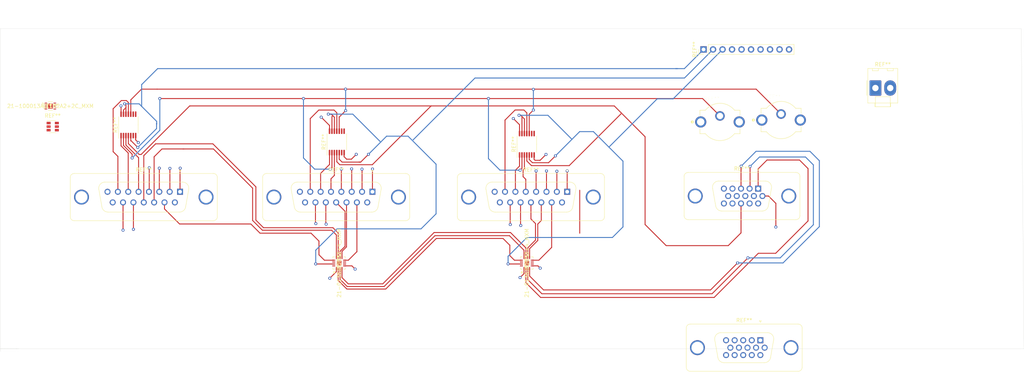
<source format=kicad_pcb>
(kicad_pcb (version 20171130) (host pcbnew "(5.1.10)-1")

  (general
    (thickness 1.6)
    (drawings 6)
    (tracks 523)
    (zones 0)
    (modules 16)
    (nets 1)
  )

  (page A4)
  (layers
    (0 F.Cu signal)
    (1 Power power)
    (2 Ground power)
    (31 B.Cu signal)
    (32 B.Adhes user)
    (33 F.Adhes user)
    (34 B.Paste user)
    (35 F.Paste user)
    (36 B.SilkS user)
    (37 F.SilkS user)
    (38 B.Mask user)
    (39 F.Mask user)
    (40 Dwgs.User user)
    (41 Cmts.User user)
    (42 Eco1.User user)
    (43 Eco2.User user)
    (44 Edge.Cuts user)
    (45 Margin user)
    (46 B.CrtYd user)
    (47 F.CrtYd user)
    (48 B.Fab user)
    (49 F.Fab user)
  )

  (setup
    (last_trace_width 0.25)
    (trace_clearance 0.2)
    (zone_clearance 0.508)
    (zone_45_only no)
    (trace_min 0.2)
    (via_size 0.8)
    (via_drill 0.4)
    (via_min_size 0.4)
    (via_min_drill 0.3)
    (uvia_size 0.3)
    (uvia_drill 0.1)
    (uvias_allowed no)
    (uvia_min_size 0.2)
    (uvia_min_drill 0.1)
    (edge_width 0.05)
    (segment_width 0.2)
    (pcb_text_width 0.3)
    (pcb_text_size 1.5 1.5)
    (mod_edge_width 0.12)
    (mod_text_size 1 1)
    (mod_text_width 0.15)
    (pad_size 1.524 1.524)
    (pad_drill 0.762)
    (pad_to_mask_clearance 0)
    (aux_axis_origin 0 0)
    (visible_elements 7FFFFFFF)
    (pcbplotparams
      (layerselection 0x010fc_ffffffff)
      (usegerberextensions false)
      (usegerberattributes true)
      (usegerberadvancedattributes true)
      (creategerberjobfile true)
      (excludeedgelayer true)
      (linewidth 0.100000)
      (plotframeref false)
      (viasonmask false)
      (mode 1)
      (useauxorigin false)
      (hpglpennumber 1)
      (hpglpenspeed 20)
      (hpglpendiameter 15.000000)
      (psnegative false)
      (psa4output false)
      (plotreference true)
      (plotvalue true)
      (plotinvisibletext false)
      (padsonsilk false)
      (subtractmaskfromsilk false)
      (outputformat 1)
      (mirror false)
      (drillshape 1)
      (scaleselection 1)
      (outputdirectory ""))
  )

  (net 0 "")

  (net_class Default "This is the default net class."
    (clearance 0.2)
    (trace_width 0.25)
    (via_dia 0.8)
    (via_drill 0.4)
    (uvia_dia 0.3)
    (uvia_drill 0.1)
  )

  (module Package_TO_SOT_SMD:SOT-23-6 (layer F.Cu) (tedit 5A02FF57) (tstamp 60D3E4C3)
    (at 29.464 66.3956)
    (descr "6-pin SOT-23 package")
    (tags SOT-23-6)
    (attr smd)
    (fp_text reference REF** (at 0 -2.9) (layer F.SilkS)
      (effects (font (size 1 1) (thickness 0.15)))
    )
    (fp_text value SOT-23-6 (at 0 2.9) (layer F.Fab)
      (effects (font (size 1 1) (thickness 0.15)))
    )
    (fp_text user %R (at 0 0 90) (layer F.Fab)
      (effects (font (size 0.5 0.5) (thickness 0.075)))
    )
    (fp_line (start -0.9 1.61) (end 0.9 1.61) (layer F.SilkS) (width 0.12))
    (fp_line (start 0.9 -1.61) (end -1.55 -1.61) (layer F.SilkS) (width 0.12))
    (fp_line (start 1.9 -1.8) (end -1.9 -1.8) (layer F.CrtYd) (width 0.05))
    (fp_line (start 1.9 1.8) (end 1.9 -1.8) (layer F.CrtYd) (width 0.05))
    (fp_line (start -1.9 1.8) (end 1.9 1.8) (layer F.CrtYd) (width 0.05))
    (fp_line (start -1.9 -1.8) (end -1.9 1.8) (layer F.CrtYd) (width 0.05))
    (fp_line (start -0.9 -0.9) (end -0.25 -1.55) (layer F.Fab) (width 0.1))
    (fp_line (start 0.9 -1.55) (end -0.25 -1.55) (layer F.Fab) (width 0.1))
    (fp_line (start -0.9 -0.9) (end -0.9 1.55) (layer F.Fab) (width 0.1))
    (fp_line (start 0.9 1.55) (end -0.9 1.55) (layer F.Fab) (width 0.1))
    (fp_line (start 0.9 -1.55) (end 0.9 1.55) (layer F.Fab) (width 0.1))
    (pad 5 smd rect (at 1.1 0) (size 1.06 0.65) (layers F.Cu F.Paste F.Mask))
    (pad 6 smd rect (at 1.1 -0.95) (size 1.06 0.65) (layers F.Cu F.Paste F.Mask))
    (pad 4 smd rect (at 1.1 0.95) (size 1.06 0.65) (layers F.Cu F.Paste F.Mask))
    (pad 3 smd rect (at -1.1 0.95) (size 1.06 0.65) (layers F.Cu F.Paste F.Mask))
    (pad 2 smd rect (at -1.1 0) (size 1.06 0.65) (layers F.Cu F.Paste F.Mask))
    (pad 1 smd rect (at -1.1 -0.95) (size 1.06 0.65) (layers F.Cu F.Paste F.Mask))
    (model ${KISYS3DMOD}/Package_TO_SOT_SMD.3dshapes/SOT-23-6.wrl
      (at (xyz 0 0 0))
      (scale (xyz 1 1 1))
      (rotate (xyz 0 0 0))
    )
  )

  (module MAX14689AETB+T-pcb-part-libraries:MAX14689AETB&plus_T (layer F.Cu) (tedit 0) (tstamp 60D3E3D3)
    (at 28.829 60.9092)
    (fp_text reference REF** (at 0 0) (layer F.SilkS)
      (effects (font (size 1 1) (thickness 0.15)))
    )
    (fp_text value 21-100013A_T102A2+2C_MXM (at 0 0) (layer F.SilkS)
      (effects (font (size 1 1) (thickness 0.15)))
    )
    (fp_text user "Copyright 2021 Accelerated Designs. All rights reserved." (at 0 0) (layer Cmts.User)
      (effects (font (size 0.127 0.127) (thickness 0.002)))
    )
    (fp_text user * (at 0 0) (layer F.SilkS)
      (effects (font (size 1 1) (thickness 0.15)))
    )
    (fp_text user * (at 0 0) (layer F.Fab)
      (effects (font (size 1 1) (thickness 0.15)))
    )
    (fp_arc (start 0 -1.0033) (end 0.3048 -1.0033) (angle 180) (layer F.Fab) (width 0.1))
    (fp_line (start -0.596513 1.1303) (end 0.596513 1.1303) (layer F.SilkS) (width 0.12))
    (fp_line (start 0.596513 -1.1303) (end -0.596513 -1.1303) (layer F.SilkS) (width 0.12))
    (fp_line (start -1.2446 1.0033) (end 1.2446 1.0033) (layer F.Fab) (width 0.1))
    (fp_line (start 1.2446 1.0033) (end 1.2446 -1.0033) (layer F.Fab) (width 0.1))
    (fp_line (start 1.2446 -1.0033) (end -1.2446 -1.0033) (layer F.Fab) (width 0.1))
    (fp_line (start -1.2446 -1.0033) (end -1.2446 1.0033) (layer F.Fab) (width 0.1))
    (fp_line (start -1.8034 1.1556) (end -1.8034 -1.1556) (layer F.CrtYd) (width 0.05))
    (fp_line (start -1.8034 -1.1556) (end -1.4986 -1.1556) (layer F.CrtYd) (width 0.05))
    (fp_line (start -1.4986 -1.1556) (end -1.4986 -1.2573) (layer F.CrtYd) (width 0.05))
    (fp_line (start -1.4986 -1.2573) (end 1.4986 -1.2573) (layer F.CrtYd) (width 0.05))
    (fp_line (start 1.4986 -1.2573) (end 1.4986 -1.1556) (layer F.CrtYd) (width 0.05))
    (fp_line (start 1.4986 -1.1556) (end 1.8034 -1.1556) (layer F.CrtYd) (width 0.05))
    (fp_line (start 1.8034 -1.1556) (end 1.8034 1.1556) (layer F.CrtYd) (width 0.05))
    (fp_line (start 1.8034 1.1556) (end 1.4986 1.1556) (layer F.CrtYd) (width 0.05))
    (fp_line (start 1.4986 1.1556) (end 1.4986 1.2573) (layer F.CrtYd) (width 0.05))
    (fp_line (start 1.4986 1.2573) (end -1.4986 1.2573) (layer F.CrtYd) (width 0.05))
    (fp_line (start -1.4986 1.2573) (end -1.4986 1.1556) (layer F.CrtYd) (width 0.05))
    (fp_line (start -1.4986 1.1556) (end -1.8034 1.1556) (layer F.CrtYd) (width 0.05))
    (fp_circle (center -2.0002 -0.8) (end -1.8986 -0.8) (layer F.SilkS) (width 0.12))
    (fp_circle (center -0.8382 -0.8) (end -0.762 -0.8) (layer F.Fab) (width 0.1))
    (pad 1 smd rect (at -1.1938 -0.800001) (size 0.7112 0.2032) (layers F.Cu F.Paste F.Mask))
    (pad 2 smd rect (at -1.1938 -0.399999) (size 0.7112 0.2032) (layers F.Cu F.Paste F.Mask))
    (pad 3 smd rect (at -1.1938 0) (size 0.7112 0.2032) (layers F.Cu F.Paste F.Mask))
    (pad 4 smd rect (at -1.1938 0.399999) (size 0.7112 0.2032) (layers F.Cu F.Paste F.Mask))
    (pad 5 smd rect (at -1.1938 0.800001) (size 0.7112 0.2032) (layers F.Cu F.Paste F.Mask))
    (pad 6 smd rect (at 1.1938 0.800001) (size 0.7112 0.2032) (layers F.Cu F.Paste F.Mask))
    (pad 7 smd rect (at 1.1938 0.399999) (size 0.7112 0.2032) (layers F.Cu F.Paste F.Mask))
    (pad 8 smd rect (at 1.1938 0) (size 0.7112 0.2032) (layers F.Cu F.Paste F.Mask))
    (pad 9 smd rect (at 1.1938 -0.399999) (size 0.7112 0.2032) (layers F.Cu F.Paste F.Mask))
    (pad 10 smd rect (at 1.1938 -0.800001) (size 0.7112 0.2032) (layers F.Cu F.Paste F.Mask))
    (pad 11 smd rect (at 0 0) (size 1.2954 1.397) (layers F.Cu F.Paste F.Mask))
  )

  (module Connector_Dsub:DSUB-15-HD_Female_Vertical_P2.29x1.98mm_MountingHoles (layer F.Cu) (tedit 59FEDEE2) (tstamp 60D3D893)
    (at 218.6432 123.5202)
    (descr "15-pin D-Sub connector, straight/vertical, THT-mount, female, pitch 2.29x1.98mm, distance of mounting holes 25mm, see https://disti-assets.s3.amazonaws.com/tonar/files/datasheets/16730.pdf")
    (tags "15-pin D-Sub connector straight vertical THT female pitch 2.29x1.98mm mounting holes distance 25mm")
    (fp_text reference REF** (at -4.315 -5.33) (layer F.SilkS)
      (effects (font (size 1 1) (thickness 0.15)))
    )
    (fp_text value DSUB-15-HD_Female_Vertical_P2.29x1.98mm_MountingHoles (at -4.315 9.29) (layer F.Fab)
      (effects (font (size 1 1) (thickness 0.15)))
    )
    (fp_text user %R (at -4.315 1.98) (layer F.Fab)
      (effects (font (size 1 1) (thickness 0.15)))
    )
    (fp_arc (start 1.087952 4.33) (end 1.087952 5.99) (angle -80) (layer F.SilkS) (width 0.12))
    (fp_arc (start -9.717952 4.33) (end -9.717952 5.99) (angle 80) (layer F.SilkS) (width 0.12))
    (fp_arc (start 1.916689 -0.37) (end 1.916689 -2.03) (angle 100) (layer F.SilkS) (width 0.12))
    (fp_arc (start -10.546689 -0.37) (end -10.546689 -2.03) (angle -100) (layer F.SilkS) (width 0.12))
    (fp_arc (start 1.099457 4.33) (end 1.099457 5.93) (angle -80) (layer F.Fab) (width 0.1))
    (fp_arc (start -9.729457 4.33) (end -9.729457 5.93) (angle 80) (layer F.Fab) (width 0.1))
    (fp_arc (start 1.928194 -0.37) (end 1.928194 -1.97) (angle 100) (layer F.Fab) (width 0.1))
    (fp_arc (start -10.558194 -0.37) (end -10.558194 -1.97) (angle -100) (layer F.Fab) (width 0.1))
    (fp_arc (start 10.11 7.23) (end 11.17 7.23) (angle 90) (layer F.SilkS) (width 0.12))
    (fp_arc (start -18.74 7.23) (end -19.8 7.23) (angle -90) (layer F.SilkS) (width 0.12))
    (fp_arc (start 10.11 -3.27) (end 10.11 -4.33) (angle 90) (layer F.SilkS) (width 0.12))
    (fp_arc (start -18.74 -3.27) (end -19.8 -3.27) (angle 90) (layer F.SilkS) (width 0.12))
    (fp_arc (start 10.11 7.23) (end 11.11 7.23) (angle 90) (layer F.Fab) (width 0.1))
    (fp_arc (start -18.74 7.23) (end -19.74 7.23) (angle -90) (layer F.Fab) (width 0.1))
    (fp_arc (start 10.11 -3.27) (end 10.11 -4.27) (angle 90) (layer F.Fab) (width 0.1))
    (fp_arc (start -18.74 -3.27) (end -19.74 -3.27) (angle 90) (layer F.Fab) (width 0.1))
    (fp_line (start -18.74 -4.27) (end 10.11 -4.27) (layer F.Fab) (width 0.1))
    (fp_line (start 11.11 -3.27) (end 11.11 7.23) (layer F.Fab) (width 0.1))
    (fp_line (start 10.11 8.23) (end -18.74 8.23) (layer F.Fab) (width 0.1))
    (fp_line (start -19.74 7.23) (end -19.74 -3.27) (layer F.Fab) (width 0.1))
    (fp_line (start -18.74 -4.33) (end 10.11 -4.33) (layer F.SilkS) (width 0.12))
    (fp_line (start 11.17 -3.27) (end 11.17 7.23) (layer F.SilkS) (width 0.12))
    (fp_line (start 10.11 8.29) (end -18.74 8.29) (layer F.SilkS) (width 0.12))
    (fp_line (start -19.8 7.23) (end -19.8 -3.27) (layer F.SilkS) (width 0.12))
    (fp_line (start -0.25 -5.224338) (end 0.25 -5.224338) (layer F.SilkS) (width 0.12))
    (fp_line (start 0.25 -5.224338) (end 0 -4.791325) (layer F.SilkS) (width 0.12))
    (fp_line (start 0 -4.791325) (end -0.25 -5.224338) (layer F.SilkS) (width 0.12))
    (fp_line (start -10.558194 -1.97) (end 1.928194 -1.97) (layer F.Fab) (width 0.1))
    (fp_line (start -9.729457 5.93) (end 1.099457 5.93) (layer F.Fab) (width 0.1))
    (fp_line (start 3.503887 -0.092163) (end 2.67515 4.607837) (layer F.Fab) (width 0.1))
    (fp_line (start -12.133887 -0.092163) (end -11.30515 4.607837) (layer F.Fab) (width 0.1))
    (fp_line (start -10.546689 -2.03) (end 1.916689 -2.03) (layer F.SilkS) (width 0.12))
    (fp_line (start -9.717952 5.99) (end 1.087952 5.99) (layer F.SilkS) (width 0.12))
    (fp_line (start 3.55147 -0.081744) (end 2.722733 4.618256) (layer F.SilkS) (width 0.12))
    (fp_line (start -12.18147 -0.081744) (end -11.352733 4.618256) (layer F.SilkS) (width 0.12))
    (fp_line (start -20.25 -4.8) (end -20.25 8.75) (layer F.CrtYd) (width 0.05))
    (fp_line (start -20.25 8.75) (end 11.65 8.75) (layer F.CrtYd) (width 0.05))
    (fp_line (start 11.65 8.75) (end 11.65 -4.8) (layer F.CrtYd) (width 0.05))
    (fp_line (start 11.65 -4.8) (end -20.25 -4.8) (layer F.CrtYd) (width 0.05))
    (pad 0 thru_hole circle (at 8.185 1.98) (size 4 4) (drill 3.2) (layers *.Cu *.Mask))
    (pad 0 thru_hole circle (at -16.815 1.98) (size 4 4) (drill 3.2) (layers *.Cu *.Mask))
    (pad 15 thru_hole circle (at -9.16 3.96) (size 1.6 1.6) (drill 1) (layers *.Cu *.Mask))
    (pad 14 thru_hole circle (at -6.87 3.96) (size 1.6 1.6) (drill 1) (layers *.Cu *.Mask))
    (pad 13 thru_hole circle (at -4.58 3.96) (size 1.6 1.6) (drill 1) (layers *.Cu *.Mask))
    (pad 12 thru_hole circle (at -2.29 3.96) (size 1.6 1.6) (drill 1) (layers *.Cu *.Mask))
    (pad 11 thru_hole circle (at 0 3.96) (size 1.6 1.6) (drill 1) (layers *.Cu *.Mask))
    (pad 10 thru_hole circle (at -8.015 1.98) (size 1.6 1.6) (drill 1) (layers *.Cu *.Mask))
    (pad 9 thru_hole circle (at -5.725 1.98) (size 1.6 1.6) (drill 1) (layers *.Cu *.Mask))
    (pad 8 thru_hole circle (at -3.435 1.98) (size 1.6 1.6) (drill 1) (layers *.Cu *.Mask))
    (pad 7 thru_hole circle (at -1.145 1.98) (size 1.6 1.6) (drill 1) (layers *.Cu *.Mask))
    (pad 6 thru_hole circle (at 1.145 1.98) (size 1.6 1.6) (drill 1) (layers *.Cu *.Mask))
    (pad 5 thru_hole circle (at -9.16 0) (size 1.6 1.6) (drill 1) (layers *.Cu *.Mask))
    (pad 4 thru_hole circle (at -6.87 0) (size 1.6 1.6) (drill 1) (layers *.Cu *.Mask))
    (pad 3 thru_hole circle (at -4.58 0) (size 1.6 1.6) (drill 1) (layers *.Cu *.Mask))
    (pad 2 thru_hole circle (at -2.29 0) (size 1.6 1.6) (drill 1) (layers *.Cu *.Mask))
    (pad 1 thru_hole rect (at 0 0) (size 1.6 1.6) (drill 1) (layers *.Cu *.Mask))
    (model ${KISYS3DMOD}/Connector_Dsub.3dshapes/DSUB-15-HD_Female_Vertical_P2.29x1.98mm_MountingHoles.wrl
      (at (xyz 0 0 0))
      (scale (xyz 1 1 1))
      (rotate (xyz 0 0 0))
    )
  )

  (module Connector_Molex:Molex_KK-396_A-41791-0002_1x02_P3.96mm_Vertical (layer F.Cu) (tedit 5DC431B4) (tstamp 60D296FA)
    (at 249.4026 56.0832)
    (descr "Molex KK 396 Interconnect System, old/engineering part number: A-41791-0002 example for new part number: 26-60-4020, 2 Pins (https://www.molex.com/pdm_docs/sd/026604020_sd.pdf), generated with kicad-footprint-generator")
    (tags "connector Molex KK-396 vertical")
    (fp_text reference REF** (at 1.98 -6.31) (layer F.SilkS)
      (effects (font (size 1 1) (thickness 0.15)))
    )
    (fp_text value Molex_KK-396_A-41791-0002_1x02_P3.96mm_Vertical (at 1.98 6.1) (layer F.Fab)
      (effects (font (size 1 1) (thickness 0.15)))
    )
    (fp_text user %R (at 1.98 -4.41) (layer F.Fab)
      (effects (font (size 1 1) (thickness 0.15)))
    )
    (fp_line (start -1.91 -5.11) (end 5.87 -5.11) (layer F.Fab) (width 0.1))
    (fp_line (start 5.87 -5.11) (end 5.87 3.895) (layer F.Fab) (width 0.1))
    (fp_line (start 5.87 3.895) (end 3.965 3.895) (layer F.Fab) (width 0.1))
    (fp_line (start 3.965 3.895) (end 3.965 4.9) (layer F.Fab) (width 0.1))
    (fp_line (start 3.965 4.9) (end -0.005 4.9) (layer F.Fab) (width 0.1))
    (fp_line (start -0.005 4.9) (end -0.005 3.895) (layer F.Fab) (width 0.1))
    (fp_line (start -0.005 3.895) (end -1.91 3.895) (layer F.Fab) (width 0.1))
    (fp_line (start -1.91 3.895) (end -1.91 -5.11) (layer F.Fab) (width 0.1))
    (fp_line (start -2.02 -5.22) (end 5.98 -5.22) (layer F.SilkS) (width 0.12))
    (fp_line (start 5.98 -5.22) (end 5.98 4.005) (layer F.SilkS) (width 0.12))
    (fp_line (start 5.98 4.005) (end 4.075 4.005) (layer F.SilkS) (width 0.12))
    (fp_line (start 4.075 4.005) (end 4.075 5.01) (layer F.SilkS) (width 0.12))
    (fp_line (start 4.075 5.01) (end -0.115 5.01) (layer F.SilkS) (width 0.12))
    (fp_line (start -0.115 5.01) (end -0.115 4.005) (layer F.SilkS) (width 0.12))
    (fp_line (start -0.115 4.005) (end -2.02 4.005) (layer F.SilkS) (width 0.12))
    (fp_line (start -2.02 4.005) (end -2.02 -5.22) (layer F.SilkS) (width 0.12))
    (fp_line (start -2.31 -2) (end -2.31 2) (layer F.SilkS) (width 0.12))
    (fp_line (start -1.91 -0.5) (end -1.202893 0) (layer F.Fab) (width 0.1))
    (fp_line (start -1.202893 0) (end -1.91 0.5) (layer F.Fab) (width 0.1))
    (fp_line (start 0 5.01) (end 0 4.01) (layer F.SilkS) (width 0.12))
    (fp_line (start 0 4.01) (end 3.96 4.01) (layer F.SilkS) (width 0.12))
    (fp_line (start 3.96 4.01) (end 3.96 5.01) (layer F.SilkS) (width 0.12))
    (fp_line (start 0 4.01) (end 0 2.34) (layer F.SilkS) (width 0.12))
    (fp_line (start 0 2.34) (end 3.96 2.34) (layer F.SilkS) (width 0.12))
    (fp_line (start 3.96 2.34) (end 3.96 4.01) (layer F.SilkS) (width 0.12))
    (fp_line (start -0.8 -5.22) (end -0.8 -4.62) (layer F.SilkS) (width 0.12))
    (fp_line (start -0.8 -4.62) (end 0.8 -4.62) (layer F.SilkS) (width 0.12))
    (fp_line (start 0.8 -4.62) (end 0.8 -5.22) (layer F.SilkS) (width 0.12))
    (fp_line (start 3.16 -5.22) (end 3.16 -4.62) (layer F.SilkS) (width 0.12))
    (fp_line (start 3.16 -4.62) (end 4.76 -4.62) (layer F.SilkS) (width 0.12))
    (fp_line (start 4.76 -4.62) (end 4.76 -5.22) (layer F.SilkS) (width 0.12))
    (fp_line (start -2.41 -5.61) (end -2.41 5.4) (layer F.CrtYd) (width 0.05))
    (fp_line (start -2.41 5.4) (end 6.37 5.4) (layer F.CrtYd) (width 0.05))
    (fp_line (start 6.37 5.4) (end 6.37 -5.61) (layer F.CrtYd) (width 0.05))
    (fp_line (start 6.37 -5.61) (end -2.41 -5.61) (layer F.CrtYd) (width 0.05))
    (pad 2 thru_hole oval (at 3.96 0) (size 3.16 4.1) (drill 1.7) (layers *.Cu *.Mask))
    (pad 1 thru_hole roundrect (at 0 0) (size 3.16 4.1) (drill 1.7) (layers *.Cu *.Mask) (roundrect_rratio 0.079114))
    (model ${KISYS3DMOD}/Connector_Molex.3dshapes/Molex_KK-396_A-41791-0002_1x02_P3.96mm_Vertical.wrl
      (at (xyz 0 0 0))
      (scale (xyz 1 1 1))
      (rotate (xyz 0 0 0))
    )
  )

  (module Connector_PinHeader_2.54mm:PinHeader_1x10_P2.54mm_Vertical (layer F.Cu) (tedit 59FED5CC) (tstamp 60D13B82)
    (at 203.454 45.7708 90)
    (descr "Through hole straight pin header, 1x10, 2.54mm pitch, single row")
    (tags "Through hole pin header THT 1x10 2.54mm single row")
    (fp_text reference REF** (at 0 -2.33 90) (layer F.SilkS)
      (effects (font (size 1 1) (thickness 0.15)))
    )
    (fp_text value PinHeader_1x10_P2.54mm_Vertical (at 0 25.19 90) (layer F.Fab)
      (effects (font (size 1 1) (thickness 0.15)))
    )
    (fp_text user %R (at 0 11.43) (layer F.Fab)
      (effects (font (size 1 1) (thickness 0.15)))
    )
    (fp_line (start -0.635 -1.27) (end 1.27 -1.27) (layer F.Fab) (width 0.1))
    (fp_line (start 1.27 -1.27) (end 1.27 24.13) (layer F.Fab) (width 0.1))
    (fp_line (start 1.27 24.13) (end -1.27 24.13) (layer F.Fab) (width 0.1))
    (fp_line (start -1.27 24.13) (end -1.27 -0.635) (layer F.Fab) (width 0.1))
    (fp_line (start -1.27 -0.635) (end -0.635 -1.27) (layer F.Fab) (width 0.1))
    (fp_line (start -1.33 24.19) (end 1.33 24.19) (layer F.SilkS) (width 0.12))
    (fp_line (start -1.33 1.27) (end -1.33 24.19) (layer F.SilkS) (width 0.12))
    (fp_line (start 1.33 1.27) (end 1.33 24.19) (layer F.SilkS) (width 0.12))
    (fp_line (start -1.33 1.27) (end 1.33 1.27) (layer F.SilkS) (width 0.12))
    (fp_line (start -1.33 0) (end -1.33 -1.33) (layer F.SilkS) (width 0.12))
    (fp_line (start -1.33 -1.33) (end 0 -1.33) (layer F.SilkS) (width 0.12))
    (fp_line (start -1.8 -1.8) (end -1.8 24.65) (layer F.CrtYd) (width 0.05))
    (fp_line (start -1.8 24.65) (end 1.8 24.65) (layer F.CrtYd) (width 0.05))
    (fp_line (start 1.8 24.65) (end 1.8 -1.8) (layer F.CrtYd) (width 0.05))
    (fp_line (start 1.8 -1.8) (end -1.8 -1.8) (layer F.CrtYd) (width 0.05))
    (pad 10 thru_hole oval (at 0 22.86 90) (size 1.7 1.7) (drill 1) (layers *.Cu *.Mask))
    (pad 9 thru_hole oval (at 0 20.32 90) (size 1.7 1.7) (drill 1) (layers *.Cu *.Mask))
    (pad 8 thru_hole oval (at 0 17.78 90) (size 1.7 1.7) (drill 1) (layers *.Cu *.Mask))
    (pad 7 thru_hole oval (at 0 15.24 90) (size 1.7 1.7) (drill 1) (layers *.Cu *.Mask))
    (pad 6 thru_hole oval (at 0 12.7 90) (size 1.7 1.7) (drill 1) (layers *.Cu *.Mask))
    (pad 5 thru_hole oval (at 0 10.16 90) (size 1.7 1.7) (drill 1) (layers *.Cu *.Mask))
    (pad 4 thru_hole oval (at 0 7.62 90) (size 1.7 1.7) (drill 1) (layers *.Cu *.Mask))
    (pad 3 thru_hole oval (at 0 5.08 90) (size 1.7 1.7) (drill 1) (layers *.Cu *.Mask))
    (pad 2 thru_hole oval (at 0 2.54 90) (size 1.7 1.7) (drill 1) (layers *.Cu *.Mask))
    (pad 1 thru_hole rect (at 0 0 90) (size 1.7 1.7) (drill 1) (layers *.Cu *.Mask))
    (model ${KISYS3DMOD}/Connector_PinHeader_2.54mm.3dshapes/PinHeader_1x10_P2.54mm_Vertical.wrl
      (at (xyz 0 0 0))
      (scale (xyz 1 1 1))
      (rotate (xyz 0 0 0))
    )
  )

  (module RCJ-024:CUI_RCJ-022 (layer F.Cu) (tedit 60D12F79) (tstamp 60D13765)
    (at 224.1804 64.643)
    (descr "<b>DC POWER JACK</b><p>Source: DCJ0202.pdf")
    (fp_text reference REF** (at -2.205855 -6.237415) (layer F.SilkS)
      (effects (font (size 1.000386 1.000386) (thickness 0.015)))
    )
    (fp_text value "CUI_RCJ-022 RED" (at 2.13783 6.32334) (layer F.Fab)
      (effects (font (size 1.001323 1.001323) (thickness 0.015)))
    )
    (fp_arc (start 0 0.013851) (end 3.884 -3.135) (angle -101.935) (layer F.Fab) (width 0.127))
    (fp_arc (start 0 -0.013851) (end -3.884 3.135) (angle -101.935) (layer F.Fab) (width 0.127))
    (fp_arc (start 0 0.013851) (end 3.884 -3.135) (angle -101.935) (layer F.SilkS) (width 0.127))
    (fp_arc (start 0 -0.013851) (end -3.884 3.135) (angle -101.935) (layer F.SilkS) (width 0.127))
    (fp_arc (start -0.004 -0.223988) (end 3.895 -3.385) (angle -101.935) (layer F.CrtYd) (width 0.05))
    (fp_arc (start -0.002 0.223988) (end -3.901 3.385) (angle -101.935) (layer F.CrtYd) (width 0.05))
    (fp_line (start 5.35 1.765) (end 5.35 3.135) (layer F.SilkS) (width 0.127))
    (fp_line (start 5.35 -3.135) (end 5.35 -1.765) (layer F.SilkS) (width 0.127))
    (fp_line (start -5.35 -3.135) (end -5.35 -1.765) (layer F.SilkS) (width 0.127))
    (fp_line (start -5.35 1.765) (end -5.35 3.135) (layer F.SilkS) (width 0.127))
    (fp_line (start -6.9 1.75) (end -5.6 1.75) (layer F.CrtYd) (width 0.05))
    (fp_line (start -6.9 -1.7) (end -6.9 1.75) (layer F.CrtYd) (width 0.05))
    (fp_line (start -5.6 -1.7) (end -6.9 -1.7) (layer F.CrtYd) (width 0.05))
    (fp_line (start 6.95 1.7) (end 5.6 1.7) (layer F.CrtYd) (width 0.05))
    (fp_line (start 6.95 -1.75) (end 6.95 1.7) (layer F.CrtYd) (width 0.05))
    (fp_line (start 5.6 -1.75) (end 6.95 -1.75) (layer F.CrtYd) (width 0.05))
    (fp_line (start 5.6 3.385) (end 3.904 3.385) (layer F.CrtYd) (width 0.05))
    (fp_line (start -3.901 3.385) (end -5.6 3.385) (layer F.CrtYd) (width 0.05))
    (fp_line (start -5.6 -3.385) (end -5.605 -3.385) (layer F.CrtYd) (width 0.05))
    (fp_line (start -3.903 -3.385) (end -5.6 -3.385) (layer F.CrtYd) (width 0.05))
    (fp_line (start 5.6 -3.385) (end 3.895 -3.385) (layer F.CrtYd) (width 0.05))
    (fp_line (start 5.6 -1.75) (end 5.6 -3.385) (layer F.CrtYd) (width 0.05))
    (fp_line (start 5.6 3.385) (end 5.6 1.7) (layer F.CrtYd) (width 0.05))
    (fp_line (start -5.6 1.75) (end -5.6 3.385) (layer F.CrtYd) (width 0.05))
    (fp_line (start -5.6 -3.385) (end -5.6 -1.7) (layer F.CrtYd) (width 0.05))
    (fp_line (start 5.35 3.135) (end 3.884 3.135) (layer F.SilkS) (width 0.127))
    (fp_line (start -3.884 3.135) (end -5.35 3.135) (layer F.SilkS) (width 0.127))
    (fp_line (start -3.884 -3.135) (end -5.35 -3.135) (layer F.SilkS) (width 0.127))
    (fp_line (start 5.35 -3.135) (end 3.884 -3.135) (layer F.SilkS) (width 0.127))
    (fp_line (start 5.35 3.135) (end 3.884 3.135) (layer F.Fab) (width 0.127))
    (fp_line (start -3.884 3.135) (end -5.35 3.135) (layer F.Fab) (width 0.127))
    (fp_line (start -3.884 -3.135) (end -5.35 -3.135) (layer F.Fab) (width 0.127))
    (fp_line (start 5.35 -3.135) (end 3.884 -3.135) (layer F.Fab) (width 0.127))
    (fp_line (start 5.35 3.135) (end 5.35 -3.135) (layer F.Fab) (width 0.127))
    (fp_line (start -5.35 -3.135) (end -5.35 3.135) (layer F.Fab) (width 0.127))
    (fp_circle (center -7.4 0) (end -7.2 0) (layer F.SilkS) (width 0.4))
    (pad 1A thru_hole circle (at -5.15 0) (size 3 3) (drill 2) (layers *.Cu *.Mask))
    (pad 1B thru_hole circle (at 5.15 0) (size 3 3) (drill 2) (layers *.Cu *.Mask))
    (pad 2 thru_hole circle (at 0 -1.6) (size 2.55 2.55) (drill 1.7) (layers *.Cu *.Mask))
  )

  (module RCJ-024:CUI_RCJ-023 (layer F.Cu) (tedit 60D12FA0) (tstamp 60D134ED)
    (at 207.8482 65.151)
    (descr "<b>DC POWER JACK</b><p>Source: DCJ0202.pdf")
    (fp_text reference REF** (at -2.20699 -6.24061) (layer F.SilkS)
      (effects (font (size 1.000898 1.000898) (thickness 0.015)))
    )
    (fp_text value "CUI_RCJ-023 White" (at 2.13833 6.32484) (layer F.Fab)
      (effects (font (size 1.001559 1.001559) (thickness 0.015)))
    )
    (fp_arc (start 0 0.013851) (end 3.884 -3.135) (angle -101.935) (layer F.Fab) (width 0.127))
    (fp_arc (start 0 -0.013851) (end -3.884 3.135) (angle -101.935) (layer F.Fab) (width 0.127))
    (fp_arc (start 0 0.013851) (end 3.884 -3.135) (angle -101.935) (layer F.SilkS) (width 0.127))
    (fp_arc (start 0 -0.013851) (end -3.884 3.135) (angle -101.935) (layer F.SilkS) (width 0.127))
    (fp_arc (start -0.004 -0.223988) (end 3.895 -3.385) (angle -101.935) (layer F.CrtYd) (width 0.05))
    (fp_arc (start -0.002 0.223988) (end -3.901 3.385) (angle -101.935) (layer F.CrtYd) (width 0.05))
    (fp_line (start 5.35 1.765) (end 5.35 3.135) (layer F.SilkS) (width 0.127))
    (fp_line (start 5.35 -3.135) (end 5.35 -1.765) (layer F.SilkS) (width 0.127))
    (fp_line (start -5.35 -3.135) (end -5.35 -1.765) (layer F.SilkS) (width 0.127))
    (fp_line (start -5.35 1.765) (end -5.35 3.135) (layer F.SilkS) (width 0.127))
    (fp_line (start -6.9 1.75) (end -5.6 1.75) (layer F.CrtYd) (width 0.05))
    (fp_line (start -6.9 -1.7) (end -6.9 1.75) (layer F.CrtYd) (width 0.05))
    (fp_line (start -5.6 -1.7) (end -6.9 -1.7) (layer F.CrtYd) (width 0.05))
    (fp_line (start 6.95 1.7) (end 5.6 1.7) (layer F.CrtYd) (width 0.05))
    (fp_line (start 6.95 -1.75) (end 6.95 1.7) (layer F.CrtYd) (width 0.05))
    (fp_line (start 5.6 -1.75) (end 6.95 -1.75) (layer F.CrtYd) (width 0.05))
    (fp_line (start 5.6 3.385) (end 3.904 3.385) (layer F.CrtYd) (width 0.05))
    (fp_line (start -3.901 3.385) (end -5.6 3.385) (layer F.CrtYd) (width 0.05))
    (fp_line (start -5.6 -3.385) (end -5.605 -3.385) (layer F.CrtYd) (width 0.05))
    (fp_line (start -3.903 -3.385) (end -5.6 -3.385) (layer F.CrtYd) (width 0.05))
    (fp_line (start 5.6 -3.385) (end 3.895 -3.385) (layer F.CrtYd) (width 0.05))
    (fp_line (start 5.6 -1.75) (end 5.6 -3.385) (layer F.CrtYd) (width 0.05))
    (fp_line (start 5.6 3.385) (end 5.6 1.7) (layer F.CrtYd) (width 0.05))
    (fp_line (start -5.6 1.75) (end -5.6 3.385) (layer F.CrtYd) (width 0.05))
    (fp_line (start -5.6 -3.385) (end -5.6 -1.7) (layer F.CrtYd) (width 0.05))
    (fp_line (start 5.35 3.135) (end 3.884 3.135) (layer F.SilkS) (width 0.127))
    (fp_line (start -3.884 3.135) (end -5.35 3.135) (layer F.SilkS) (width 0.127))
    (fp_line (start -3.884 -3.135) (end -5.35 -3.135) (layer F.SilkS) (width 0.127))
    (fp_line (start 5.35 -3.135) (end 3.884 -3.135) (layer F.SilkS) (width 0.127))
    (fp_line (start 5.35 3.135) (end 3.884 3.135) (layer F.Fab) (width 0.127))
    (fp_line (start -3.884 3.135) (end -5.35 3.135) (layer F.Fab) (width 0.127))
    (fp_line (start -3.884 -3.135) (end -5.35 -3.135) (layer F.Fab) (width 0.127))
    (fp_line (start 5.35 -3.135) (end 3.884 -3.135) (layer F.Fab) (width 0.127))
    (fp_line (start 5.35 3.135) (end 5.35 -3.135) (layer F.Fab) (width 0.127))
    (fp_line (start -5.35 -3.135) (end -5.35 3.135) (layer F.Fab) (width 0.127))
    (fp_circle (center -7.4 0) (end -7.2 0) (layer F.SilkS) (width 0.4))
    (pad 1A thru_hole circle (at -5.15 0) (size 3 3) (drill 2) (layers *.Cu *.Mask))
    (pad 1B thru_hole circle (at 5.15 0) (size 3 3) (drill 2) (layers *.Cu *.Mask))
    (pad 2 thru_hole circle (at 0 -1.6) (size 2.55 2.55) (drill 1.7) (layers *.Cu *.Mask))
  )

  (module Connector_Dsub:DSUB-15-HD_Female_Vertical_P2.29x1.98mm_MountingHoles (layer F.Cu) (tedit 59FEDEE2) (tstamp 60D12B0F)
    (at 218.059 82.9818)
    (descr "15-pin D-Sub connector, straight/vertical, THT-mount, female, pitch 2.29x1.98mm, distance of mounting holes 25mm, see https://disti-assets.s3.amazonaws.com/tonar/files/datasheets/16730.pdf")
    (tags "15-pin D-Sub connector straight vertical THT female pitch 2.29x1.98mm mounting holes distance 25mm")
    (fp_text reference REF** (at -4.315 -5.33) (layer F.SilkS)
      (effects (font (size 1 1) (thickness 0.15)))
    )
    (fp_text value DSUB-15-HD_Female_Vertical_P2.29x1.98mm_MountingHoles (at -4.315 9.29) (layer F.Fab)
      (effects (font (size 1 1) (thickness 0.15)))
    )
    (fp_text user %R (at -4.315 1.98) (layer F.Fab)
      (effects (font (size 1 1) (thickness 0.15)))
    )
    (fp_arc (start 1.087952 4.33) (end 1.087952 5.99) (angle -80) (layer F.SilkS) (width 0.12))
    (fp_arc (start -9.717952 4.33) (end -9.717952 5.99) (angle 80) (layer F.SilkS) (width 0.12))
    (fp_arc (start 1.916689 -0.37) (end 1.916689 -2.03) (angle 100) (layer F.SilkS) (width 0.12))
    (fp_arc (start -10.546689 -0.37) (end -10.546689 -2.03) (angle -100) (layer F.SilkS) (width 0.12))
    (fp_arc (start 1.099457 4.33) (end 1.099457 5.93) (angle -80) (layer F.Fab) (width 0.1))
    (fp_arc (start -9.729457 4.33) (end -9.729457 5.93) (angle 80) (layer F.Fab) (width 0.1))
    (fp_arc (start 1.928194 -0.37) (end 1.928194 -1.97) (angle 100) (layer F.Fab) (width 0.1))
    (fp_arc (start -10.558194 -0.37) (end -10.558194 -1.97) (angle -100) (layer F.Fab) (width 0.1))
    (fp_arc (start 10.11 7.23) (end 11.17 7.23) (angle 90) (layer F.SilkS) (width 0.12))
    (fp_arc (start -18.74 7.23) (end -19.8 7.23) (angle -90) (layer F.SilkS) (width 0.12))
    (fp_arc (start 10.11 -3.27) (end 10.11 -4.33) (angle 90) (layer F.SilkS) (width 0.12))
    (fp_arc (start -18.74 -3.27) (end -19.8 -3.27) (angle 90) (layer F.SilkS) (width 0.12))
    (fp_arc (start 10.11 7.23) (end 11.11 7.23) (angle 90) (layer F.Fab) (width 0.1))
    (fp_arc (start -18.74 7.23) (end -19.74 7.23) (angle -90) (layer F.Fab) (width 0.1))
    (fp_arc (start 10.11 -3.27) (end 10.11 -4.27) (angle 90) (layer F.Fab) (width 0.1))
    (fp_arc (start -18.74 -3.27) (end -19.74 -3.27) (angle 90) (layer F.Fab) (width 0.1))
    (fp_line (start -18.74 -4.27) (end 10.11 -4.27) (layer F.Fab) (width 0.1))
    (fp_line (start 11.11 -3.27) (end 11.11 7.23) (layer F.Fab) (width 0.1))
    (fp_line (start 10.11 8.23) (end -18.74 8.23) (layer F.Fab) (width 0.1))
    (fp_line (start -19.74 7.23) (end -19.74 -3.27) (layer F.Fab) (width 0.1))
    (fp_line (start -18.74 -4.33) (end 10.11 -4.33) (layer F.SilkS) (width 0.12))
    (fp_line (start 11.17 -3.27) (end 11.17 7.23) (layer F.SilkS) (width 0.12))
    (fp_line (start 10.11 8.29) (end -18.74 8.29) (layer F.SilkS) (width 0.12))
    (fp_line (start -19.8 7.23) (end -19.8 -3.27) (layer F.SilkS) (width 0.12))
    (fp_line (start -0.25 -5.224338) (end 0.25 -5.224338) (layer F.SilkS) (width 0.12))
    (fp_line (start 0.25 -5.224338) (end 0 -4.791325) (layer F.SilkS) (width 0.12))
    (fp_line (start 0 -4.791325) (end -0.25 -5.224338) (layer F.SilkS) (width 0.12))
    (fp_line (start -10.558194 -1.97) (end 1.928194 -1.97) (layer F.Fab) (width 0.1))
    (fp_line (start -9.729457 5.93) (end 1.099457 5.93) (layer F.Fab) (width 0.1))
    (fp_line (start 3.503887 -0.092163) (end 2.67515 4.607837) (layer F.Fab) (width 0.1))
    (fp_line (start -12.133887 -0.092163) (end -11.30515 4.607837) (layer F.Fab) (width 0.1))
    (fp_line (start -10.546689 -2.03) (end 1.916689 -2.03) (layer F.SilkS) (width 0.12))
    (fp_line (start -9.717952 5.99) (end 1.087952 5.99) (layer F.SilkS) (width 0.12))
    (fp_line (start 3.55147 -0.081744) (end 2.722733 4.618256) (layer F.SilkS) (width 0.12))
    (fp_line (start -12.18147 -0.081744) (end -11.352733 4.618256) (layer F.SilkS) (width 0.12))
    (fp_line (start -20.25 -4.8) (end -20.25 8.75) (layer F.CrtYd) (width 0.05))
    (fp_line (start -20.25 8.75) (end 11.65 8.75) (layer F.CrtYd) (width 0.05))
    (fp_line (start 11.65 8.75) (end 11.65 -4.8) (layer F.CrtYd) (width 0.05))
    (fp_line (start 11.65 -4.8) (end -20.25 -4.8) (layer F.CrtYd) (width 0.05))
    (pad 0 thru_hole circle (at 8.185 1.98) (size 4 4) (drill 3.2) (layers *.Cu *.Mask))
    (pad 0 thru_hole circle (at -16.815 1.98) (size 4 4) (drill 3.2) (layers *.Cu *.Mask))
    (pad 15 thru_hole circle (at -9.16 3.96) (size 1.6 1.6) (drill 1) (layers *.Cu *.Mask))
    (pad 14 thru_hole circle (at -6.87 3.96) (size 1.6 1.6) (drill 1) (layers *.Cu *.Mask))
    (pad 13 thru_hole circle (at -4.58 3.96) (size 1.6 1.6) (drill 1) (layers *.Cu *.Mask))
    (pad 12 thru_hole circle (at -2.29 3.96) (size 1.6 1.6) (drill 1) (layers *.Cu *.Mask))
    (pad 11 thru_hole circle (at 0 3.96) (size 1.6 1.6) (drill 1) (layers *.Cu *.Mask))
    (pad 10 thru_hole circle (at -8.015 1.98) (size 1.6 1.6) (drill 1) (layers *.Cu *.Mask))
    (pad 9 thru_hole circle (at -5.725 1.98) (size 1.6 1.6) (drill 1) (layers *.Cu *.Mask))
    (pad 8 thru_hole circle (at -3.435 1.98) (size 1.6 1.6) (drill 1) (layers *.Cu *.Mask))
    (pad 7 thru_hole circle (at -1.145 1.98) (size 1.6 1.6) (drill 1) (layers *.Cu *.Mask))
    (pad 6 thru_hole circle (at 1.145 1.98) (size 1.6 1.6) (drill 1) (layers *.Cu *.Mask))
    (pad 5 thru_hole circle (at -9.16 0) (size 1.6 1.6) (drill 1) (layers *.Cu *.Mask))
    (pad 4 thru_hole circle (at -6.87 0) (size 1.6 1.6) (drill 1) (layers *.Cu *.Mask))
    (pad 3 thru_hole circle (at -4.58 0) (size 1.6 1.6) (drill 1) (layers *.Cu *.Mask))
    (pad 2 thru_hole circle (at -2.29 0) (size 1.6 1.6) (drill 1) (layers *.Cu *.Mask))
    (pad 1 thru_hole rect (at 0 0) (size 1.6 1.6) (drill 1) (layers *.Cu *.Mask))
    (model ${KISYS3DMOD}/Connector_Dsub.3dshapes/DSUB-15-HD_Female_Vertical_P2.29x1.98mm_MountingHoles.wrl
      (at (xyz 0 0 0))
      (scale (xyz 1 1 1))
      (rotate (xyz 0 0 0))
    )
  )

  (module Package_SO:TSSOP-14_4.4x5mm_P0.65mm (layer F.Cu) (tedit 5E476F32) (tstamp 60D128E7)
    (at 49.6824 65.9384 90)
    (descr "TSSOP, 14 Pin (JEDEC MO-153 Var AB-1 https://www.jedec.org/document_search?search_api_views_fulltext=MO-153), generated with kicad-footprint-generator ipc_gullwing_generator.py")
    (tags "TSSOP SO")
    (attr smd)
    (fp_text reference REF** (at 0 -3.45 90) (layer F.SilkS)
      (effects (font (size 1 1) (thickness 0.15)))
    )
    (fp_text value TSSOP-14_4.4x5mm_P0.65mm (at 0 3.45 90) (layer F.Fab)
      (effects (font (size 1 1) (thickness 0.15)))
    )
    (fp_text user %R (at 0 0 90) (layer F.Fab)
      (effects (font (size 1 1) (thickness 0.15)))
    )
    (fp_line (start 0 2.61) (end 2.2 2.61) (layer F.SilkS) (width 0.12))
    (fp_line (start 0 2.61) (end -2.2 2.61) (layer F.SilkS) (width 0.12))
    (fp_line (start 0 -2.61) (end 2.2 -2.61) (layer F.SilkS) (width 0.12))
    (fp_line (start 0 -2.61) (end -3.6 -2.61) (layer F.SilkS) (width 0.12))
    (fp_line (start -1.2 -2.5) (end 2.2 -2.5) (layer F.Fab) (width 0.1))
    (fp_line (start 2.2 -2.5) (end 2.2 2.5) (layer F.Fab) (width 0.1))
    (fp_line (start 2.2 2.5) (end -2.2 2.5) (layer F.Fab) (width 0.1))
    (fp_line (start -2.2 2.5) (end -2.2 -1.5) (layer F.Fab) (width 0.1))
    (fp_line (start -2.2 -1.5) (end -1.2 -2.5) (layer F.Fab) (width 0.1))
    (fp_line (start -3.85 -2.75) (end -3.85 2.75) (layer F.CrtYd) (width 0.05))
    (fp_line (start -3.85 2.75) (end 3.85 2.75) (layer F.CrtYd) (width 0.05))
    (fp_line (start 3.85 2.75) (end 3.85 -2.75) (layer F.CrtYd) (width 0.05))
    (fp_line (start 3.85 -2.75) (end -3.85 -2.75) (layer F.CrtYd) (width 0.05))
    (pad 14 smd roundrect (at 2.8625 -1.95 90) (size 1.475 0.4) (layers F.Cu F.Paste F.Mask) (roundrect_rratio 0.25))
    (pad 13 smd roundrect (at 2.8625 -1.3 90) (size 1.475 0.4) (layers F.Cu F.Paste F.Mask) (roundrect_rratio 0.25))
    (pad 12 smd roundrect (at 2.8625 -0.65 90) (size 1.475 0.4) (layers F.Cu F.Paste F.Mask) (roundrect_rratio 0.25))
    (pad 11 smd roundrect (at 2.8625 0 90) (size 1.475 0.4) (layers F.Cu F.Paste F.Mask) (roundrect_rratio 0.25))
    (pad 10 smd roundrect (at 2.8625 0.65 90) (size 1.475 0.4) (layers F.Cu F.Paste F.Mask) (roundrect_rratio 0.25))
    (pad 9 smd roundrect (at 2.8625 1.3 90) (size 1.475 0.4) (layers F.Cu F.Paste F.Mask) (roundrect_rratio 0.25))
    (pad 8 smd roundrect (at 2.8625 1.95 90) (size 1.475 0.4) (layers F.Cu F.Paste F.Mask) (roundrect_rratio 0.25))
    (pad 7 smd roundrect (at -2.8625 1.95 90) (size 1.475 0.4) (layers F.Cu F.Paste F.Mask) (roundrect_rratio 0.25))
    (pad 6 smd roundrect (at -2.8625 1.3 90) (size 1.475 0.4) (layers F.Cu F.Paste F.Mask) (roundrect_rratio 0.25))
    (pad 5 smd roundrect (at -2.8625 0.65 90) (size 1.475 0.4) (layers F.Cu F.Paste F.Mask) (roundrect_rratio 0.25))
    (pad 4 smd roundrect (at -2.8625 0 90) (size 1.475 0.4) (layers F.Cu F.Paste F.Mask) (roundrect_rratio 0.25))
    (pad 3 smd roundrect (at -2.8625 -0.65 90) (size 1.475 0.4) (layers F.Cu F.Paste F.Mask) (roundrect_rratio 0.25))
    (pad 2 smd roundrect (at -2.8625 -1.3 90) (size 1.475 0.4) (layers F.Cu F.Paste F.Mask) (roundrect_rratio 0.25))
    (pad 1 smd roundrect (at -2.8625 -1.95 90) (size 1.475 0.4) (layers F.Cu F.Paste F.Mask) (roundrect_rratio 0.25))
    (model ${KISYS3DMOD}/Package_SO.3dshapes/TSSOP-14_4.4x5mm_P0.65mm.wrl
      (at (xyz 0 0 0))
      (scale (xyz 1 1 1))
      (rotate (xyz 0 0 0))
    )
  )

  (module Package_SO:TSSOP-14_4.4x5mm_P0.65mm (layer F.Cu) (tedit 5E476F32) (tstamp 60CFE2FB)
    (at 105.41 70.485 90)
    (descr "TSSOP, 14 Pin (JEDEC MO-153 Var AB-1 https://www.jedec.org/document_search?search_api_views_fulltext=MO-153), generated with kicad-footprint-generator ipc_gullwing_generator.py")
    (tags "TSSOP SO")
    (attr smd)
    (fp_text reference REF** (at 0 -3.45 90) (layer F.SilkS)
      (effects (font (size 1 1) (thickness 0.15)))
    )
    (fp_text value TSSOP-14_4.4x5mm_P0.65mm (at 0 3.45 90) (layer F.Fab)
      (effects (font (size 1 1) (thickness 0.15)))
    )
    (fp_line (start 3.85 -2.75) (end -3.85 -2.75) (layer F.CrtYd) (width 0.05))
    (fp_line (start 3.85 2.75) (end 3.85 -2.75) (layer F.CrtYd) (width 0.05))
    (fp_line (start -3.85 2.75) (end 3.85 2.75) (layer F.CrtYd) (width 0.05))
    (fp_line (start -3.85 -2.75) (end -3.85 2.75) (layer F.CrtYd) (width 0.05))
    (fp_line (start -2.2 -1.5) (end -1.2 -2.5) (layer F.Fab) (width 0.1))
    (fp_line (start -2.2 2.5) (end -2.2 -1.5) (layer F.Fab) (width 0.1))
    (fp_line (start 2.2 2.5) (end -2.2 2.5) (layer F.Fab) (width 0.1))
    (fp_line (start 2.2 -2.5) (end 2.2 2.5) (layer F.Fab) (width 0.1))
    (fp_line (start -1.2 -2.5) (end 2.2 -2.5) (layer F.Fab) (width 0.1))
    (fp_line (start 0 -2.61) (end -3.6 -2.61) (layer F.SilkS) (width 0.12))
    (fp_line (start 0 -2.61) (end 2.2 -2.61) (layer F.SilkS) (width 0.12))
    (fp_line (start 0 2.61) (end -2.2 2.61) (layer F.SilkS) (width 0.12))
    (fp_line (start 0 2.61) (end 2.2 2.61) (layer F.SilkS) (width 0.12))
    (fp_text user %R (at 0 0) (layer F.Fab)
      (effects (font (size 1 1) (thickness 0.15)))
    )
    (pad 14 smd roundrect (at 2.8625 -1.95 90) (size 1.475 0.4) (layers F.Cu F.Paste F.Mask) (roundrect_rratio 0.25))
    (pad 13 smd roundrect (at 2.8625 -1.3 90) (size 1.475 0.4) (layers F.Cu F.Paste F.Mask) (roundrect_rratio 0.25))
    (pad 12 smd roundrect (at 2.8625 -0.65 90) (size 1.475 0.4) (layers F.Cu F.Paste F.Mask) (roundrect_rratio 0.25))
    (pad 11 smd roundrect (at 2.8625 0 90) (size 1.475 0.4) (layers F.Cu F.Paste F.Mask) (roundrect_rratio 0.25))
    (pad 10 smd roundrect (at 2.8625 0.65 90) (size 1.475 0.4) (layers F.Cu F.Paste F.Mask) (roundrect_rratio 0.25))
    (pad 9 smd roundrect (at 2.8625 1.3 90) (size 1.475 0.4) (layers F.Cu F.Paste F.Mask) (roundrect_rratio 0.25))
    (pad 8 smd roundrect (at 2.8625 1.95 90) (size 1.475 0.4) (layers F.Cu F.Paste F.Mask) (roundrect_rratio 0.25))
    (pad 7 smd roundrect (at -2.8625 1.95 90) (size 1.475 0.4) (layers F.Cu F.Paste F.Mask) (roundrect_rratio 0.25))
    (pad 6 smd roundrect (at -2.8625 1.3 90) (size 1.475 0.4) (layers F.Cu F.Paste F.Mask) (roundrect_rratio 0.25))
    (pad 5 smd roundrect (at -2.8625 0.65 90) (size 1.475 0.4) (layers F.Cu F.Paste F.Mask) (roundrect_rratio 0.25))
    (pad 4 smd roundrect (at -2.8625 0 90) (size 1.475 0.4) (layers F.Cu F.Paste F.Mask) (roundrect_rratio 0.25))
    (pad 3 smd roundrect (at -2.8625 -0.65 90) (size 1.475 0.4) (layers F.Cu F.Paste F.Mask) (roundrect_rratio 0.25))
    (pad 2 smd roundrect (at -2.8625 -1.3 90) (size 1.475 0.4) (layers F.Cu F.Paste F.Mask) (roundrect_rratio 0.25))
    (pad 1 smd roundrect (at -2.8625 -1.95 90) (size 1.475 0.4) (layers F.Cu F.Paste F.Mask) (roundrect_rratio 0.25))
    (model ${KISYS3DMOD}/Package_SO.3dshapes/TSSOP-14_4.4x5mm_P0.65mm.wrl
      (at (xyz 0 0 0))
      (scale (xyz 1 1 1))
      (rotate (xyz 0 0 0))
    )
  )

  (module Connector_Dsub:DSUB-15_Female_Vertical_P2.77x2.84mm_MountingHoles (layer F.Cu) (tedit 59FEDEE2) (tstamp 60CFE18E)
    (at 63.5 83.82)
    (descr "15-pin D-Sub connector, straight/vertical, THT-mount, female, pitch 2.77x2.84mm, distance of mounting holes 33.3mm, see https://disti-assets.s3.amazonaws.com/tonar/files/datasheets/16730.pdf")
    (tags "15-pin D-Sub connector straight vertical THT female pitch 2.77x2.84mm mounting holes distance 33.3mm")
    (fp_text reference REF** (at -9.695 -5.89) (layer F.SilkS)
      (effects (font (size 1 1) (thickness 0.15)))
    )
    (fp_text value DSUB-15_Female_Vertical_P2.77x2.84mm_MountingHoles (at -9.695 8.73) (layer F.Fab)
      (effects (font (size 1 1) (thickness 0.15)))
    )
    (fp_line (start 10.45 -5.35) (end -29.8 -5.35) (layer F.CrtYd) (width 0.05))
    (fp_line (start 10.45 8.2) (end 10.45 -5.35) (layer F.CrtYd) (width 0.05))
    (fp_line (start -29.8 8.2) (end 10.45 8.2) (layer F.CrtYd) (width 0.05))
    (fp_line (start -29.8 -5.35) (end -29.8 8.2) (layer F.CrtYd) (width 0.05))
    (fp_line (start -21.71147 -0.641744) (end -20.882733 4.058256) (layer F.SilkS) (width 0.12))
    (fp_line (start 2.32147 -0.641744) (end 1.492733 4.058256) (layer F.SilkS) (width 0.12))
    (fp_line (start -19.247952 5.43) (end -0.142048 5.43) (layer F.SilkS) (width 0.12))
    (fp_line (start -20.076689 -2.59) (end 0.686689 -2.59) (layer F.SilkS) (width 0.12))
    (fp_line (start -21.663887 -0.652163) (end -20.83515 4.047837) (layer F.Fab) (width 0.1))
    (fp_line (start 2.273887 -0.652163) (end 1.44515 4.047837) (layer F.Fab) (width 0.1))
    (fp_line (start -19.259457 5.37) (end -0.130543 5.37) (layer F.Fab) (width 0.1))
    (fp_line (start -20.088194 -2.53) (end 0.698194 -2.53) (layer F.Fab) (width 0.1))
    (fp_line (start 0 -5.351325) (end -0.25 -5.784338) (layer F.SilkS) (width 0.12))
    (fp_line (start 0.25 -5.784338) (end 0 -5.351325) (layer F.SilkS) (width 0.12))
    (fp_line (start -0.25 -5.784338) (end 0.25 -5.784338) (layer F.SilkS) (width 0.12))
    (fp_line (start -29.355 6.67) (end -29.355 -3.83) (layer F.SilkS) (width 0.12))
    (fp_line (start 8.905 7.73) (end -28.295 7.73) (layer F.SilkS) (width 0.12))
    (fp_line (start 9.965 -3.83) (end 9.965 6.67) (layer F.SilkS) (width 0.12))
    (fp_line (start -28.295 -4.89) (end 8.905 -4.89) (layer F.SilkS) (width 0.12))
    (fp_line (start -29.295 6.67) (end -29.295 -3.83) (layer F.Fab) (width 0.1))
    (fp_line (start 8.905 7.67) (end -28.295 7.67) (layer F.Fab) (width 0.1))
    (fp_line (start 9.905 -3.83) (end 9.905 6.67) (layer F.Fab) (width 0.1))
    (fp_line (start -28.295 -4.83) (end 8.905 -4.83) (layer F.Fab) (width 0.1))
    (fp_text user %R (at -9.695 1.42) (layer F.Fab)
      (effects (font (size 1 1) (thickness 0.15)))
    )
    (fp_arc (start -0.142048 3.77) (end -0.142048 5.43) (angle -80) (layer F.SilkS) (width 0.12))
    (fp_arc (start -19.247952 3.77) (end -19.247952 5.43) (angle 80) (layer F.SilkS) (width 0.12))
    (fp_arc (start 0.686689 -0.93) (end 0.686689 -2.59) (angle 100) (layer F.SilkS) (width 0.12))
    (fp_arc (start -20.076689 -0.93) (end -20.076689 -2.59) (angle -100) (layer F.SilkS) (width 0.12))
    (fp_arc (start -0.130543 3.77) (end -0.130543 5.37) (angle -80) (layer F.Fab) (width 0.1))
    (fp_arc (start -19.259457 3.77) (end -19.259457 5.37) (angle 80) (layer F.Fab) (width 0.1))
    (fp_arc (start 0.698194 -0.93) (end 0.698194 -2.53) (angle 100) (layer F.Fab) (width 0.1))
    (fp_arc (start -20.088194 -0.93) (end -20.088194 -2.53) (angle -100) (layer F.Fab) (width 0.1))
    (fp_arc (start 8.905 6.67) (end 9.965 6.67) (angle 90) (layer F.SilkS) (width 0.12))
    (fp_arc (start -28.295 6.67) (end -29.355 6.67) (angle -90) (layer F.SilkS) (width 0.12))
    (fp_arc (start 8.905 -3.83) (end 8.905 -4.89) (angle 90) (layer F.SilkS) (width 0.12))
    (fp_arc (start -28.295 -3.83) (end -29.355 -3.83) (angle 90) (layer F.SilkS) (width 0.12))
    (fp_arc (start 8.905 6.67) (end 9.905 6.67) (angle 90) (layer F.Fab) (width 0.1))
    (fp_arc (start -28.295 6.67) (end -29.295 6.67) (angle -90) (layer F.Fab) (width 0.1))
    (fp_arc (start 8.905 -3.83) (end 8.905 -4.83) (angle 90) (layer F.Fab) (width 0.1))
    (fp_arc (start -28.295 -3.83) (end -29.295 -3.83) (angle 90) (layer F.Fab) (width 0.1))
    (pad 0 thru_hole circle (at 6.955 1.42) (size 4 4) (drill 3.2) (layers *.Cu *.Mask))
    (pad 0 thru_hole circle (at -26.345 1.42) (size 4 4) (drill 3.2) (layers *.Cu *.Mask))
    (pad 15 thru_hole circle (at -18.005 2.84) (size 1.6 1.6) (drill 1) (layers *.Cu *.Mask))
    (pad 14 thru_hole circle (at -15.235 2.84) (size 1.6 1.6) (drill 1) (layers *.Cu *.Mask))
    (pad 13 thru_hole circle (at -12.465 2.84) (size 1.6 1.6) (drill 1) (layers *.Cu *.Mask))
    (pad 12 thru_hole circle (at -9.695 2.84) (size 1.6 1.6) (drill 1) (layers *.Cu *.Mask))
    (pad 11 thru_hole circle (at -6.925 2.84) (size 1.6 1.6) (drill 1) (layers *.Cu *.Mask))
    (pad 10 thru_hole circle (at -4.155 2.84) (size 1.6 1.6) (drill 1) (layers *.Cu *.Mask))
    (pad 9 thru_hole circle (at -1.385 2.84) (size 1.6 1.6) (drill 1) (layers *.Cu *.Mask))
    (pad 8 thru_hole circle (at -19.39 0) (size 1.6 1.6) (drill 1) (layers *.Cu *.Mask))
    (pad 7 thru_hole circle (at -16.62 0) (size 1.6 1.6) (drill 1) (layers *.Cu *.Mask))
    (pad 6 thru_hole circle (at -13.85 0) (size 1.6 1.6) (drill 1) (layers *.Cu *.Mask))
    (pad 5 thru_hole circle (at -11.08 0) (size 1.6 1.6) (drill 1) (layers *.Cu *.Mask))
    (pad 4 thru_hole circle (at -8.31 0) (size 1.6 1.6) (drill 1) (layers *.Cu *.Mask))
    (pad 3 thru_hole circle (at -5.54 0) (size 1.6 1.6) (drill 1) (layers *.Cu *.Mask))
    (pad 2 thru_hole circle (at -2.77 0) (size 1.6 1.6) (drill 1) (layers *.Cu *.Mask))
    (pad 1 thru_hole rect (at 0 0) (size 1.6 1.6) (drill 1) (layers *.Cu *.Mask))
    (model ${KISYS3DMOD}/Connector_Dsub.3dshapes/DSUB-15_Female_Vertical_P2.77x2.84mm_MountingHoles.wrl
      (at (xyz 0 0 0))
      (scale (xyz 1 1 1))
      (rotate (xyz 0 0 0))
    )
  )

  (module 2021-06-20_01-56-06:MAX4887ETE&plus_ (layer F.Cu) (tedit 0) (tstamp 60CFD9EA)
    (at 106.045 102.87 90)
    (fp_text reference REF** (at 0 0 90) (layer F.SilkS)
      (effects (font (size 1 1) (thickness 0.15)))
    )
    (fp_text value 21-0136_T1633+4_MXM (at 0 0 90) (layer F.SilkS)
      (effects (font (size 1 1) (thickness 0.15)))
    )
    (fp_line (start -1.131 1.8034) (end -1.8034 1.8034) (layer F.CrtYd) (width 0.05))
    (fp_line (start -1.131 2.1082) (end -1.131 1.8034) (layer F.CrtYd) (width 0.05))
    (fp_line (start 1.131 2.1082) (end -1.131 2.1082) (layer F.CrtYd) (width 0.05))
    (fp_line (start 1.131 1.8034) (end 1.131 2.1082) (layer F.CrtYd) (width 0.05))
    (fp_line (start 1.8034 1.8034) (end 1.131 1.8034) (layer F.CrtYd) (width 0.05))
    (fp_line (start 1.8034 1.131) (end 1.8034 1.8034) (layer F.CrtYd) (width 0.05))
    (fp_line (start 2.1082 1.131) (end 1.8034 1.131) (layer F.CrtYd) (width 0.05))
    (fp_line (start 2.1082 -1.131) (end 2.1082 1.131) (layer F.CrtYd) (width 0.05))
    (fp_line (start 1.8034 -1.131) (end 2.1082 -1.131) (layer F.CrtYd) (width 0.05))
    (fp_line (start 1.8034 -1.8034) (end 1.8034 -1.131) (layer F.CrtYd) (width 0.05))
    (fp_line (start 1.131 -1.8034) (end 1.8034 -1.8034) (layer F.CrtYd) (width 0.05))
    (fp_line (start 1.131 -2.1082) (end 1.131 -1.8034) (layer F.CrtYd) (width 0.05))
    (fp_line (start -1.131 -2.1082) (end 1.131 -2.1082) (layer F.CrtYd) (width 0.05))
    (fp_line (start -1.131 -1.8034) (end -1.131 -2.1082) (layer F.CrtYd) (width 0.05))
    (fp_line (start -1.8034 -1.8034) (end -1.131 -1.8034) (layer F.CrtYd) (width 0.05))
    (fp_line (start -1.8034 -1.131) (end -1.8034 -1.8034) (layer F.CrtYd) (width 0.05))
    (fp_line (start -2.1082 -1.131) (end -1.8034 -1.131) (layer F.CrtYd) (width 0.05))
    (fp_line (start -2.1082 1.131) (end -2.1082 -1.131) (layer F.CrtYd) (width 0.05))
    (fp_line (start -1.8034 1.131) (end -2.1082 1.131) (layer F.CrtYd) (width 0.05))
    (fp_line (start -1.8034 1.8034) (end -1.8034 1.131) (layer F.CrtYd) (width 0.05))
    (fp_poly (pts (xy 2.3622 0.059499) (xy 2.3622 0.4405) (xy 2.1082 0.4405) (xy 2.1082 0.059499)) (layer F.SilkS) (width 0.1))
    (fp_line (start -1.209741 -1.6764) (end -1.6764 -1.6764) (layer F.SilkS) (width 0.12))
    (fp_line (start 1.6764 -1.209741) (end 1.6764 -1.6764) (layer F.SilkS) (width 0.12))
    (fp_line (start 1.209741 1.6764) (end 1.6764 1.6764) (layer F.SilkS) (width 0.12))
    (fp_line (start -1.5494 1.5494) (end -1.5494 1.5494) (layer F.Fab) (width 0.1))
    (fp_line (start -1.5494 -1.5494) (end -1.5494 1.5494) (layer F.Fab) (width 0.1))
    (fp_line (start -1.5494 -1.5494) (end -1.5494 -1.5494) (layer F.Fab) (width 0.1))
    (fp_line (start 1.5494 -1.5494) (end -1.5494 -1.5494) (layer F.Fab) (width 0.1))
    (fp_line (start 1.5494 -1.5494) (end 1.5494 -1.5494) (layer F.Fab) (width 0.1))
    (fp_line (start 1.5494 1.5494) (end 1.5494 -1.5494) (layer F.Fab) (width 0.1))
    (fp_line (start 1.5494 1.5494) (end 1.5494 1.5494) (layer F.Fab) (width 0.1))
    (fp_line (start -1.5494 1.5494) (end 1.5494 1.5494) (layer F.Fab) (width 0.1))
    (fp_line (start -1.6764 1.209741) (end -1.6764 1.6764) (layer F.SilkS) (width 0.12))
    (fp_line (start -1.6764 -1.6764) (end -1.6764 -1.209741) (layer F.SilkS) (width 0.12))
    (fp_line (start 1.6764 -1.6764) (end 1.209741 -1.6764) (layer F.SilkS) (width 0.12))
    (fp_line (start 1.6764 1.6764) (end 1.6764 1.209741) (layer F.SilkS) (width 0.12))
    (fp_line (start -1.6764 1.6764) (end -1.209741 1.6764) (layer F.SilkS) (width 0.12))
    (fp_line (start 1.5494 -0.9024) (end 1.5494 -0.9024) (layer F.Fab) (width 0.1))
    (fp_line (start 1.5494 -0.5976) (end 1.5494 -0.9024) (layer F.Fab) (width 0.1))
    (fp_line (start 1.5494 -0.5976) (end 1.5494 -0.5976) (layer F.Fab) (width 0.1))
    (fp_line (start 1.5494 -0.9024) (end 1.5494 -0.5976) (layer F.Fab) (width 0.1))
    (fp_line (start 1.5494 -0.4024) (end 1.5494 -0.4024) (layer F.Fab) (width 0.1))
    (fp_line (start 1.5494 -0.0976) (end 1.5494 -0.4024) (layer F.Fab) (width 0.1))
    (fp_line (start 1.5494 -0.0976) (end 1.5494 -0.0976) (layer F.Fab) (width 0.1))
    (fp_line (start 1.5494 -0.4024) (end 1.5494 -0.0976) (layer F.Fab) (width 0.1))
    (fp_line (start 1.5494 0.0976) (end 1.5494 0.0976) (layer F.Fab) (width 0.1))
    (fp_line (start 1.5494 0.4024) (end 1.5494 0.0976) (layer F.Fab) (width 0.1))
    (fp_line (start 1.5494 0.4024) (end 1.5494 0.4024) (layer F.Fab) (width 0.1))
    (fp_line (start 1.5494 0.0976) (end 1.5494 0.4024) (layer F.Fab) (width 0.1))
    (fp_line (start 1.5494 0.5976) (end 1.5494 0.5976) (layer F.Fab) (width 0.1))
    (fp_line (start 1.5494 0.9024) (end 1.5494 0.5976) (layer F.Fab) (width 0.1))
    (fp_line (start 1.5494 0.9024) (end 1.5494 0.9024) (layer F.Fab) (width 0.1))
    (fp_line (start 1.5494 0.5976) (end 1.5494 0.9024) (layer F.Fab) (width 0.1))
    (fp_line (start 0.9024 1.5494) (end 0.9024 1.5494) (layer F.Fab) (width 0.1))
    (fp_line (start 0.5976 1.5494) (end 0.9024 1.5494) (layer F.Fab) (width 0.1))
    (fp_line (start 0.5976 1.5494) (end 0.5976 1.5494) (layer F.Fab) (width 0.1))
    (fp_line (start 0.9024 1.5494) (end 0.5976 1.5494) (layer F.Fab) (width 0.1))
    (fp_line (start 0.4024 1.5494) (end 0.4024 1.5494) (layer F.Fab) (width 0.1))
    (fp_line (start 0.0976 1.5494) (end 0.4024 1.5494) (layer F.Fab) (width 0.1))
    (fp_line (start 0.0976 1.5494) (end 0.0976 1.5494) (layer F.Fab) (width 0.1))
    (fp_line (start 0.4024 1.5494) (end 0.0976 1.5494) (layer F.Fab) (width 0.1))
    (fp_line (start -0.0976 1.5494) (end -0.0976 1.5494) (layer F.Fab) (width 0.1))
    (fp_line (start -0.4024 1.5494) (end -0.0976 1.5494) (layer F.Fab) (width 0.1))
    (fp_line (start -0.4024 1.5494) (end -0.4024 1.5494) (layer F.Fab) (width 0.1))
    (fp_line (start -0.0976 1.5494) (end -0.4024 1.5494) (layer F.Fab) (width 0.1))
    (fp_line (start -0.5976 1.5494) (end -0.5976 1.5494) (layer F.Fab) (width 0.1))
    (fp_line (start -0.9024 1.5494) (end -0.5976 1.5494) (layer F.Fab) (width 0.1))
    (fp_line (start -0.9024 1.5494) (end -0.9024 1.5494) (layer F.Fab) (width 0.1))
    (fp_line (start -0.5976 1.5494) (end -0.9024 1.5494) (layer F.Fab) (width 0.1))
    (fp_line (start -1.5494 0.9024) (end -1.5494 0.9024) (layer F.Fab) (width 0.1))
    (fp_line (start -1.5494 0.5976) (end -1.5494 0.9024) (layer F.Fab) (width 0.1))
    (fp_line (start -1.5494 0.5976) (end -1.5494 0.5976) (layer F.Fab) (width 0.1))
    (fp_line (start -1.5494 0.9024) (end -1.5494 0.5976) (layer F.Fab) (width 0.1))
    (fp_line (start -1.5494 0.4024) (end -1.5494 0.4024) (layer F.Fab) (width 0.1))
    (fp_line (start -1.5494 0.0976) (end -1.5494 0.4024) (layer F.Fab) (width 0.1))
    (fp_line (start -1.5494 0.0976) (end -1.5494 0.0976) (layer F.Fab) (width 0.1))
    (fp_line (start -1.5494 0.4024) (end -1.5494 0.0976) (layer F.Fab) (width 0.1))
    (fp_line (start -1.5494 -0.0976) (end -1.5494 -0.0976) (layer F.Fab) (width 0.1))
    (fp_line (start -1.5494 -0.4024) (end -1.5494 -0.0976) (layer F.Fab) (width 0.1))
    (fp_line (start -1.5494 -0.4024) (end -1.5494 -0.4024) (layer F.Fab) (width 0.1))
    (fp_line (start -1.5494 -0.0976) (end -1.5494 -0.4024) (layer F.Fab) (width 0.1))
    (fp_line (start -1.5494 -0.5976) (end -1.5494 -0.5976) (layer F.Fab) (width 0.1))
    (fp_line (start -1.5494 -0.9024) (end -1.5494 -0.5976) (layer F.Fab) (width 0.1))
    (fp_line (start -1.5494 -0.9024) (end -1.5494 -0.9024) (layer F.Fab) (width 0.1))
    (fp_line (start -1.5494 -0.5976) (end -1.5494 -0.9024) (layer F.Fab) (width 0.1))
    (fp_line (start -0.9024 -1.5494) (end -0.9024 -1.5494) (layer F.Fab) (width 0.1))
    (fp_line (start -0.5976 -1.5494) (end -0.9024 -1.5494) (layer F.Fab) (width 0.1))
    (fp_line (start -0.5976 -1.5494) (end -0.5976 -1.5494) (layer F.Fab) (width 0.1))
    (fp_line (start -0.9024 -1.5494) (end -0.5976 -1.5494) (layer F.Fab) (width 0.1))
    (fp_line (start -0.4024 -1.5494) (end -0.4024 -1.5494) (layer F.Fab) (width 0.1))
    (fp_line (start -0.0976 -1.5494) (end -0.4024 -1.5494) (layer F.Fab) (width 0.1))
    (fp_line (start -0.0976 -1.5494) (end -0.0976 -1.5494) (layer F.Fab) (width 0.1))
    (fp_line (start -0.4024 -1.5494) (end -0.0976 -1.5494) (layer F.Fab) (width 0.1))
    (fp_line (start 0.0976 -1.5494) (end 0.0976 -1.5494) (layer F.Fab) (width 0.1))
    (fp_line (start 0.4024 -1.5494) (end 0.0976 -1.5494) (layer F.Fab) (width 0.1))
    (fp_line (start 0.4024 -1.5494) (end 0.4024 -1.5494) (layer F.Fab) (width 0.1))
    (fp_line (start 0.0976 -1.5494) (end 0.4024 -1.5494) (layer F.Fab) (width 0.1))
    (fp_line (start 0.5976 -1.5494) (end 0.5976 -1.5494) (layer F.Fab) (width 0.1))
    (fp_line (start 0.9024 -1.5494) (end 0.5976 -1.5494) (layer F.Fab) (width 0.1))
    (fp_line (start 0.9024 -1.5494) (end 0.9024 -1.5494) (layer F.Fab) (width 0.1))
    (fp_line (start 0.5976 -1.5494) (end 0.9024 -1.5494) (layer F.Fab) (width 0.1))
    (fp_line (start -1.5494 -0.2794) (end -0.2794 -1.5494) (layer F.Fab) (width 0.1))
    (fp_text user "Copyright 2021 Accelerated Designs. All rights reserved." (at 0 0 90) (layer Cmts.User)
      (effects (font (size 0.127 0.127) (thickness 0.002)))
    )
    (fp_text user * (at -2.4892 -1 90) (layer F.SilkS)
      (effects (font (size 1 1) (thickness 0.15)))
    )
    (fp_text user * (at -1.0414 -1 90) (layer F.Fab)
      (effects (font (size 1 1) (thickness 0.15)))
    )
    (fp_text user * (at -2.4892 -1 90) (layer F.SilkS)
      (effects (font (size 1 1) (thickness 0.15)))
    )
    (fp_text user * (at -1.0414 -1 90) (layer F.Fab)
      (effects (font (size 1 1) (thickness 0.15)))
    )
    (pad 1 smd rect (at -1.4478 -0.750001 180) (size 0.254 0.8128) (layers F.Cu F.Paste F.Mask))
    (pad 2 smd rect (at -1.4478 -0.25 180) (size 0.254 0.8128) (layers F.Cu F.Paste F.Mask))
    (pad 3 smd rect (at -1.4478 0.25 180) (size 0.254 0.8128) (layers F.Cu F.Paste F.Mask))
    (pad 4 smd rect (at -1.4478 0.750001 180) (size 0.254 0.8128) (layers F.Cu F.Paste F.Mask))
    (pad 5 smd rect (at -0.750001 1.4478 90) (size 0.254 0.8128) (layers F.Cu F.Paste F.Mask))
    (pad 6 smd rect (at -0.25 1.4478 90) (size 0.254 0.8128) (layers F.Cu F.Paste F.Mask))
    (pad 7 smd rect (at 0.25 1.4478 90) (size 0.254 0.8128) (layers F.Cu F.Paste F.Mask))
    (pad 8 smd rect (at 0.750001 1.4478 90) (size 0.254 0.8128) (layers F.Cu F.Paste F.Mask))
    (pad 9 smd rect (at 1.4478 0.750001 180) (size 0.254 0.8128) (layers F.Cu F.Paste F.Mask))
    (pad 10 smd rect (at 1.4478 0.25 180) (size 0.254 0.8128) (layers F.Cu F.Paste F.Mask))
    (pad 11 smd rect (at 1.4478 -0.25 180) (size 0.254 0.8128) (layers F.Cu F.Paste F.Mask))
    (pad 12 smd rect (at 1.4478 -0.750001 180) (size 0.254 0.8128) (layers F.Cu F.Paste F.Mask))
    (pad 13 smd rect (at 0.750001 -1.4478 90) (size 0.254 0.8128) (layers F.Cu F.Paste F.Mask))
    (pad 14 smd rect (at 0.25 -1.4478 90) (size 0.254 0.8128) (layers F.Cu F.Paste F.Mask))
    (pad 15 smd rect (at -0.25 -1.4478 90) (size 0.254 0.8128) (layers F.Cu F.Paste F.Mask))
    (pad 16 smd rect (at -0.750001 -1.4478 90) (size 0.254 0.8128) (layers F.Cu F.Paste F.Mask))
    (pad 17 smd rect (at 0 0 90) (size 1.2446 1.2446) (layers F.Cu F.Paste F.Mask))
  )

  (module Package_SO:TSSOP-14_4.4x5mm_P0.65mm (layer F.Cu) (tedit 5E476F32) (tstamp 60CFD468)
    (at 156.21 71.12 90)
    (descr "TSSOP, 14 Pin (JEDEC MO-153 Var AB-1 https://www.jedec.org/document_search?search_api_views_fulltext=MO-153), generated with kicad-footprint-generator ipc_gullwing_generator.py")
    (tags "TSSOP SO")
    (attr smd)
    (fp_text reference REF** (at 0 -3.45 90) (layer F.SilkS)
      (effects (font (size 1 1) (thickness 0.15)))
    )
    (fp_text value TSSOP-14_4.4x5mm_P0.65mm (at 0 3.45 90) (layer F.Fab)
      (effects (font (size 1 1) (thickness 0.15)))
    )
    (fp_line (start 3.85 -2.75) (end -3.85 -2.75) (layer F.CrtYd) (width 0.05))
    (fp_line (start 3.85 2.75) (end 3.85 -2.75) (layer F.CrtYd) (width 0.05))
    (fp_line (start -3.85 2.75) (end 3.85 2.75) (layer F.CrtYd) (width 0.05))
    (fp_line (start -3.85 -2.75) (end -3.85 2.75) (layer F.CrtYd) (width 0.05))
    (fp_line (start -2.2 -1.5) (end -1.2 -2.5) (layer F.Fab) (width 0.1))
    (fp_line (start -2.2 2.5) (end -2.2 -1.5) (layer F.Fab) (width 0.1))
    (fp_line (start 2.2 2.5) (end -2.2 2.5) (layer F.Fab) (width 0.1))
    (fp_line (start 2.2 -2.5) (end 2.2 2.5) (layer F.Fab) (width 0.1))
    (fp_line (start -1.2 -2.5) (end 2.2 -2.5) (layer F.Fab) (width 0.1))
    (fp_line (start 0 -2.61) (end -3.6 -2.61) (layer F.SilkS) (width 0.12))
    (fp_line (start 0 -2.61) (end 2.2 -2.61) (layer F.SilkS) (width 0.12))
    (fp_line (start 0 2.61) (end -2.2 2.61) (layer F.SilkS) (width 0.12))
    (fp_line (start 0 2.61) (end 2.2 2.61) (layer F.SilkS) (width 0.12))
    (fp_text user %R (at 0 0 270) (layer F.Fab)
      (effects (font (size 1 1) (thickness 0.15)))
    )
    (pad 14 smd roundrect (at 2.8625 -1.95 90) (size 1.475 0.4) (layers F.Cu F.Paste F.Mask) (roundrect_rratio 0.25))
    (pad 13 smd roundrect (at 2.8625 -1.3 90) (size 1.475 0.4) (layers F.Cu F.Paste F.Mask) (roundrect_rratio 0.25))
    (pad 12 smd roundrect (at 2.8625 -0.65 90) (size 1.475 0.4) (layers F.Cu F.Paste F.Mask) (roundrect_rratio 0.25))
    (pad 11 smd roundrect (at 2.8625 0 90) (size 1.475 0.4) (layers F.Cu F.Paste F.Mask) (roundrect_rratio 0.25))
    (pad 10 smd roundrect (at 2.8625 0.65 90) (size 1.475 0.4) (layers F.Cu F.Paste F.Mask) (roundrect_rratio 0.25))
    (pad 9 smd roundrect (at 2.8625 1.3 90) (size 1.475 0.4) (layers F.Cu F.Paste F.Mask) (roundrect_rratio 0.25))
    (pad 8 smd roundrect (at 2.8625 1.95 90) (size 1.475 0.4) (layers F.Cu F.Paste F.Mask) (roundrect_rratio 0.25))
    (pad 7 smd roundrect (at -2.8625 1.95 90) (size 1.475 0.4) (layers F.Cu F.Paste F.Mask) (roundrect_rratio 0.25))
    (pad 6 smd roundrect (at -2.8625 1.3 90) (size 1.475 0.4) (layers F.Cu F.Paste F.Mask) (roundrect_rratio 0.25))
    (pad 5 smd roundrect (at -2.8625 0.65 90) (size 1.475 0.4) (layers F.Cu F.Paste F.Mask) (roundrect_rratio 0.25))
    (pad 4 smd roundrect (at -2.8625 0 90) (size 1.475 0.4) (layers F.Cu F.Paste F.Mask) (roundrect_rratio 0.25))
    (pad 3 smd roundrect (at -2.8625 -0.65 90) (size 1.475 0.4) (layers F.Cu F.Paste F.Mask) (roundrect_rratio 0.25))
    (pad 2 smd roundrect (at -2.8625 -1.3 90) (size 1.475 0.4) (layers F.Cu F.Paste F.Mask) (roundrect_rratio 0.25))
    (pad 1 smd roundrect (at -2.8625 -1.95 90) (size 1.475 0.4) (layers F.Cu F.Paste F.Mask) (roundrect_rratio 0.25))
    (model ${KISYS3DMOD}/Package_SO.3dshapes/TSSOP-14_4.4x5mm_P0.65mm.wrl
      (at (xyz 0 0 0))
      (scale (xyz 1 1 1))
      (rotate (xyz 0 0 0))
    )
  )

  (module 2021-06-20_01-56-06:MAX4887ETE&plus_ (layer F.Cu) (tedit 0) (tstamp 60CFCD33)
    (at 156.21 102.87 90)
    (fp_text reference REF** (at 0 0 270) (layer F.SilkS)
      (effects (font (size 1 1) (thickness 0.15)))
    )
    (fp_text value 21-0136_T1633+4_MXM (at 0 0 90) (layer F.SilkS)
      (effects (font (size 1 1) (thickness 0.15)))
    )
    (fp_line (start -1.131 1.8034) (end -1.8034 1.8034) (layer F.CrtYd) (width 0.05))
    (fp_line (start -1.131 2.1082) (end -1.131 1.8034) (layer F.CrtYd) (width 0.05))
    (fp_line (start 1.131 2.1082) (end -1.131 2.1082) (layer F.CrtYd) (width 0.05))
    (fp_line (start 1.131 1.8034) (end 1.131 2.1082) (layer F.CrtYd) (width 0.05))
    (fp_line (start 1.8034 1.8034) (end 1.131 1.8034) (layer F.CrtYd) (width 0.05))
    (fp_line (start 1.8034 1.131) (end 1.8034 1.8034) (layer F.CrtYd) (width 0.05))
    (fp_line (start 2.1082 1.131) (end 1.8034 1.131) (layer F.CrtYd) (width 0.05))
    (fp_line (start 2.1082 -1.131) (end 2.1082 1.131) (layer F.CrtYd) (width 0.05))
    (fp_line (start 1.8034 -1.131) (end 2.1082 -1.131) (layer F.CrtYd) (width 0.05))
    (fp_line (start 1.8034 -1.8034) (end 1.8034 -1.131) (layer F.CrtYd) (width 0.05))
    (fp_line (start 1.131 -1.8034) (end 1.8034 -1.8034) (layer F.CrtYd) (width 0.05))
    (fp_line (start 1.131 -2.1082) (end 1.131 -1.8034) (layer F.CrtYd) (width 0.05))
    (fp_line (start -1.131 -2.1082) (end 1.131 -2.1082) (layer F.CrtYd) (width 0.05))
    (fp_line (start -1.131 -1.8034) (end -1.131 -2.1082) (layer F.CrtYd) (width 0.05))
    (fp_line (start -1.8034 -1.8034) (end -1.131 -1.8034) (layer F.CrtYd) (width 0.05))
    (fp_line (start -1.8034 -1.131) (end -1.8034 -1.8034) (layer F.CrtYd) (width 0.05))
    (fp_line (start -2.1082 -1.131) (end -1.8034 -1.131) (layer F.CrtYd) (width 0.05))
    (fp_line (start -2.1082 1.131) (end -2.1082 -1.131) (layer F.CrtYd) (width 0.05))
    (fp_line (start -1.8034 1.131) (end -2.1082 1.131) (layer F.CrtYd) (width 0.05))
    (fp_line (start -1.8034 1.8034) (end -1.8034 1.131) (layer F.CrtYd) (width 0.05))
    (fp_poly (pts (xy 2.3622 0.059499) (xy 2.3622 0.4405) (xy 2.1082 0.4405) (xy 2.1082 0.059499)) (layer F.SilkS) (width 0.1))
    (fp_line (start -1.209741 -1.6764) (end -1.6764 -1.6764) (layer F.SilkS) (width 0.12))
    (fp_line (start 1.6764 -1.209741) (end 1.6764 -1.6764) (layer F.SilkS) (width 0.12))
    (fp_line (start 1.209741 1.6764) (end 1.6764 1.6764) (layer F.SilkS) (width 0.12))
    (fp_line (start -1.5494 1.5494) (end -1.5494 1.5494) (layer F.Fab) (width 0.1))
    (fp_line (start -1.5494 -1.5494) (end -1.5494 1.5494) (layer F.Fab) (width 0.1))
    (fp_line (start -1.5494 -1.5494) (end -1.5494 -1.5494) (layer F.Fab) (width 0.1))
    (fp_line (start 1.5494 -1.5494) (end -1.5494 -1.5494) (layer F.Fab) (width 0.1))
    (fp_line (start 1.5494 -1.5494) (end 1.5494 -1.5494) (layer F.Fab) (width 0.1))
    (fp_line (start 1.5494 1.5494) (end 1.5494 -1.5494) (layer F.Fab) (width 0.1))
    (fp_line (start 1.5494 1.5494) (end 1.5494 1.5494) (layer F.Fab) (width 0.1))
    (fp_line (start -1.5494 1.5494) (end 1.5494 1.5494) (layer F.Fab) (width 0.1))
    (fp_line (start -1.6764 1.209741) (end -1.6764 1.6764) (layer F.SilkS) (width 0.12))
    (fp_line (start -1.6764 -1.6764) (end -1.6764 -1.209741) (layer F.SilkS) (width 0.12))
    (fp_line (start 1.6764 -1.6764) (end 1.209741 -1.6764) (layer F.SilkS) (width 0.12))
    (fp_line (start 1.6764 1.6764) (end 1.6764 1.209741) (layer F.SilkS) (width 0.12))
    (fp_line (start -1.6764 1.6764) (end -1.209741 1.6764) (layer F.SilkS) (width 0.12))
    (fp_line (start 1.5494 -0.9024) (end 1.5494 -0.9024) (layer F.Fab) (width 0.1))
    (fp_line (start 1.5494 -0.5976) (end 1.5494 -0.9024) (layer F.Fab) (width 0.1))
    (fp_line (start 1.5494 -0.5976) (end 1.5494 -0.5976) (layer F.Fab) (width 0.1))
    (fp_line (start 1.5494 -0.9024) (end 1.5494 -0.5976) (layer F.Fab) (width 0.1))
    (fp_line (start 1.5494 -0.4024) (end 1.5494 -0.4024) (layer F.Fab) (width 0.1))
    (fp_line (start 1.5494 -0.0976) (end 1.5494 -0.4024) (layer F.Fab) (width 0.1))
    (fp_line (start 1.5494 -0.0976) (end 1.5494 -0.0976) (layer F.Fab) (width 0.1))
    (fp_line (start 1.5494 -0.4024) (end 1.5494 -0.0976) (layer F.Fab) (width 0.1))
    (fp_line (start 1.5494 0.0976) (end 1.5494 0.0976) (layer F.Fab) (width 0.1))
    (fp_line (start 1.5494 0.4024) (end 1.5494 0.0976) (layer F.Fab) (width 0.1))
    (fp_line (start 1.5494 0.4024) (end 1.5494 0.4024) (layer F.Fab) (width 0.1))
    (fp_line (start 1.5494 0.0976) (end 1.5494 0.4024) (layer F.Fab) (width 0.1))
    (fp_line (start 1.5494 0.5976) (end 1.5494 0.5976) (layer F.Fab) (width 0.1))
    (fp_line (start 1.5494 0.9024) (end 1.5494 0.5976) (layer F.Fab) (width 0.1))
    (fp_line (start 1.5494 0.9024) (end 1.5494 0.9024) (layer F.Fab) (width 0.1))
    (fp_line (start 1.5494 0.5976) (end 1.5494 0.9024) (layer F.Fab) (width 0.1))
    (fp_line (start 0.9024 1.5494) (end 0.9024 1.5494) (layer F.Fab) (width 0.1))
    (fp_line (start 0.5976 1.5494) (end 0.9024 1.5494) (layer F.Fab) (width 0.1))
    (fp_line (start 0.5976 1.5494) (end 0.5976 1.5494) (layer F.Fab) (width 0.1))
    (fp_line (start 0.9024 1.5494) (end 0.5976 1.5494) (layer F.Fab) (width 0.1))
    (fp_line (start 0.4024 1.5494) (end 0.4024 1.5494) (layer F.Fab) (width 0.1))
    (fp_line (start 0.0976 1.5494) (end 0.4024 1.5494) (layer F.Fab) (width 0.1))
    (fp_line (start 0.0976 1.5494) (end 0.0976 1.5494) (layer F.Fab) (width 0.1))
    (fp_line (start 0.4024 1.5494) (end 0.0976 1.5494) (layer F.Fab) (width 0.1))
    (fp_line (start -0.0976 1.5494) (end -0.0976 1.5494) (layer F.Fab) (width 0.1))
    (fp_line (start -0.4024 1.5494) (end -0.0976 1.5494) (layer F.Fab) (width 0.1))
    (fp_line (start -0.4024 1.5494) (end -0.4024 1.5494) (layer F.Fab) (width 0.1))
    (fp_line (start -0.0976 1.5494) (end -0.4024 1.5494) (layer F.Fab) (width 0.1))
    (fp_line (start -0.5976 1.5494) (end -0.5976 1.5494) (layer F.Fab) (width 0.1))
    (fp_line (start -0.9024 1.5494) (end -0.5976 1.5494) (layer F.Fab) (width 0.1))
    (fp_line (start -0.9024 1.5494) (end -0.9024 1.5494) (layer F.Fab) (width 0.1))
    (fp_line (start -0.5976 1.5494) (end -0.9024 1.5494) (layer F.Fab) (width 0.1))
    (fp_line (start -1.5494 0.9024) (end -1.5494 0.9024) (layer F.Fab) (width 0.1))
    (fp_line (start -1.5494 0.5976) (end -1.5494 0.9024) (layer F.Fab) (width 0.1))
    (fp_line (start -1.5494 0.5976) (end -1.5494 0.5976) (layer F.Fab) (width 0.1))
    (fp_line (start -1.5494 0.9024) (end -1.5494 0.5976) (layer F.Fab) (width 0.1))
    (fp_line (start -1.5494 0.4024) (end -1.5494 0.4024) (layer F.Fab) (width 0.1))
    (fp_line (start -1.5494 0.0976) (end -1.5494 0.4024) (layer F.Fab) (width 0.1))
    (fp_line (start -1.5494 0.0976) (end -1.5494 0.0976) (layer F.Fab) (width 0.1))
    (fp_line (start -1.5494 0.4024) (end -1.5494 0.0976) (layer F.Fab) (width 0.1))
    (fp_line (start -1.5494 -0.0976) (end -1.5494 -0.0976) (layer F.Fab) (width 0.1))
    (fp_line (start -1.5494 -0.4024) (end -1.5494 -0.0976) (layer F.Fab) (width 0.1))
    (fp_line (start -1.5494 -0.4024) (end -1.5494 -0.4024) (layer F.Fab) (width 0.1))
    (fp_line (start -1.5494 -0.0976) (end -1.5494 -0.4024) (layer F.Fab) (width 0.1))
    (fp_line (start -1.5494 -0.5976) (end -1.5494 -0.5976) (layer F.Fab) (width 0.1))
    (fp_line (start -1.5494 -0.9024) (end -1.5494 -0.5976) (layer F.Fab) (width 0.1))
    (fp_line (start -1.5494 -0.9024) (end -1.5494 -0.9024) (layer F.Fab) (width 0.1))
    (fp_line (start -1.5494 -0.5976) (end -1.5494 -0.9024) (layer F.Fab) (width 0.1))
    (fp_line (start -0.9024 -1.5494) (end -0.9024 -1.5494) (layer F.Fab) (width 0.1))
    (fp_line (start -0.5976 -1.5494) (end -0.9024 -1.5494) (layer F.Fab) (width 0.1))
    (fp_line (start -0.5976 -1.5494) (end -0.5976 -1.5494) (layer F.Fab) (width 0.1))
    (fp_line (start -0.9024 -1.5494) (end -0.5976 -1.5494) (layer F.Fab) (width 0.1))
    (fp_line (start -0.4024 -1.5494) (end -0.4024 -1.5494) (layer F.Fab) (width 0.1))
    (fp_line (start -0.0976 -1.5494) (end -0.4024 -1.5494) (layer F.Fab) (width 0.1))
    (fp_line (start -0.0976 -1.5494) (end -0.0976 -1.5494) (layer F.Fab) (width 0.1))
    (fp_line (start -0.4024 -1.5494) (end -0.0976 -1.5494) (layer F.Fab) (width 0.1))
    (fp_line (start 0.0976 -1.5494) (end 0.0976 -1.5494) (layer F.Fab) (width 0.1))
    (fp_line (start 0.4024 -1.5494) (end 0.0976 -1.5494) (layer F.Fab) (width 0.1))
    (fp_line (start 0.4024 -1.5494) (end 0.4024 -1.5494) (layer F.Fab) (width 0.1))
    (fp_line (start 0.0976 -1.5494) (end 0.4024 -1.5494) (layer F.Fab) (width 0.1))
    (fp_line (start 0.5976 -1.5494) (end 0.5976 -1.5494) (layer F.Fab) (width 0.1))
    (fp_line (start 0.9024 -1.5494) (end 0.5976 -1.5494) (layer F.Fab) (width 0.1))
    (fp_line (start 0.9024 -1.5494) (end 0.9024 -1.5494) (layer F.Fab) (width 0.1))
    (fp_line (start 0.5976 -1.5494) (end 0.9024 -1.5494) (layer F.Fab) (width 0.1))
    (fp_line (start -1.5494 -0.2794) (end -0.2794 -1.5494) (layer F.Fab) (width 0.1))
    (fp_text user "Copyright 2021 Accelerated Designs. All rights reserved." (at 0 0 90) (layer Cmts.User)
      (effects (font (size 0.127 0.127) (thickness 0.002)))
    )
    (fp_text user * (at -2.4892 -1 90) (layer F.SilkS)
      (effects (font (size 1 1) (thickness 0.15)))
    )
    (fp_text user * (at -1.0414 -1 90) (layer F.Fab)
      (effects (font (size 1 1) (thickness 0.15)))
    )
    (fp_text user * (at -2.4892 -1 90) (layer F.SilkS)
      (effects (font (size 1 1) (thickness 0.15)))
    )
    (fp_text user * (at -1.0414 -1 90) (layer F.Fab)
      (effects (font (size 1 1) (thickness 0.15)))
    )
    (pad 1 smd rect (at -1.4478 -0.750001 180) (size 0.254 0.8128) (layers F.Cu F.Paste F.Mask))
    (pad 2 smd rect (at -1.4478 -0.25 180) (size 0.254 0.8128) (layers F.Cu F.Paste F.Mask))
    (pad 3 smd rect (at -1.4478 0.25 180) (size 0.254 0.8128) (layers F.Cu F.Paste F.Mask))
    (pad 4 smd rect (at -1.4478 0.750001 180) (size 0.254 0.8128) (layers F.Cu F.Paste F.Mask))
    (pad 5 smd rect (at -0.750001 1.4478 90) (size 0.254 0.8128) (layers F.Cu F.Paste F.Mask))
    (pad 6 smd rect (at -0.25 1.4478 90) (size 0.254 0.8128) (layers F.Cu F.Paste F.Mask))
    (pad 7 smd rect (at 0.25 1.4478 90) (size 0.254 0.8128) (layers F.Cu F.Paste F.Mask))
    (pad 8 smd rect (at 0.750001 1.4478 90) (size 0.254 0.8128) (layers F.Cu F.Paste F.Mask))
    (pad 9 smd rect (at 1.4478 0.750001 180) (size 0.254 0.8128) (layers F.Cu F.Paste F.Mask))
    (pad 10 smd rect (at 1.4478 0.25 180) (size 0.254 0.8128) (layers F.Cu F.Paste F.Mask))
    (pad 11 smd rect (at 1.4478 -0.25 180) (size 0.254 0.8128) (layers F.Cu F.Paste F.Mask))
    (pad 12 smd rect (at 1.4478 -0.750001 180) (size 0.254 0.8128) (layers F.Cu F.Paste F.Mask))
    (pad 13 smd rect (at 0.750001 -1.4478 90) (size 0.254 0.8128) (layers F.Cu F.Paste F.Mask))
    (pad 14 smd rect (at 0.25 -1.4478 90) (size 0.254 0.8128) (layers F.Cu F.Paste F.Mask))
    (pad 15 smd rect (at -0.25 -1.4478 90) (size 0.254 0.8128) (layers F.Cu F.Paste F.Mask))
    (pad 16 smd rect (at -0.750001 -1.4478 90) (size 0.254 0.8128) (layers F.Cu F.Paste F.Mask))
    (pad 17 smd rect (at 0 0 90) (size 1.2446 1.2446) (layers F.Cu F.Paste F.Mask))
  )

  (module Connector_Dsub:DSUB-15_Female_Vertical_P2.77x2.84mm_MountingHoles (layer F.Cu) (tedit 59FEDEE2) (tstamp 60CFC857)
    (at 167.005 83.82)
    (descr "15-pin D-Sub connector, straight/vertical, THT-mount, female, pitch 2.77x2.84mm, distance of mounting holes 33.3mm, see https://disti-assets.s3.amazonaws.com/tonar/files/datasheets/16730.pdf")
    (tags "15-pin D-Sub connector straight vertical THT female pitch 2.77x2.84mm mounting holes distance 33.3mm")
    (fp_text reference REF** (at -9.695 -5.89) (layer F.SilkS)
      (effects (font (size 1 1) (thickness 0.15)))
    )
    (fp_text value DSUB-15_Female_Vertical_P2.77x2.84mm_MountingHoles (at -9.695 8.73) (layer F.Fab)
      (effects (font (size 1 1) (thickness 0.15)))
    )
    (fp_line (start 10.45 -5.35) (end -29.8 -5.35) (layer F.CrtYd) (width 0.05))
    (fp_line (start 10.45 8.2) (end 10.45 -5.35) (layer F.CrtYd) (width 0.05))
    (fp_line (start -29.8 8.2) (end 10.45 8.2) (layer F.CrtYd) (width 0.05))
    (fp_line (start -29.8 -5.35) (end -29.8 8.2) (layer F.CrtYd) (width 0.05))
    (fp_line (start -21.71147 -0.641744) (end -20.882733 4.058256) (layer F.SilkS) (width 0.12))
    (fp_line (start 2.32147 -0.641744) (end 1.492733 4.058256) (layer F.SilkS) (width 0.12))
    (fp_line (start -19.247952 5.43) (end -0.142048 5.43) (layer F.SilkS) (width 0.12))
    (fp_line (start -20.076689 -2.59) (end 0.686689 -2.59) (layer F.SilkS) (width 0.12))
    (fp_line (start -21.663887 -0.652163) (end -20.83515 4.047837) (layer F.Fab) (width 0.1))
    (fp_line (start 2.273887 -0.652163) (end 1.44515 4.047837) (layer F.Fab) (width 0.1))
    (fp_line (start -19.259457 5.37) (end -0.130543 5.37) (layer F.Fab) (width 0.1))
    (fp_line (start -20.088194 -2.53) (end 0.698194 -2.53) (layer F.Fab) (width 0.1))
    (fp_line (start 0 -5.351325) (end -0.25 -5.784338) (layer F.SilkS) (width 0.12))
    (fp_line (start 0.25 -5.784338) (end 0 -5.351325) (layer F.SilkS) (width 0.12))
    (fp_line (start -0.25 -5.784338) (end 0.25 -5.784338) (layer F.SilkS) (width 0.12))
    (fp_line (start -29.355 6.67) (end -29.355 -3.83) (layer F.SilkS) (width 0.12))
    (fp_line (start 8.905 7.73) (end -28.295 7.73) (layer F.SilkS) (width 0.12))
    (fp_line (start 9.965 -3.83) (end 9.965 6.67) (layer F.SilkS) (width 0.12))
    (fp_line (start -28.295 -4.89) (end 8.905 -4.89) (layer F.SilkS) (width 0.12))
    (fp_line (start -29.295 6.67) (end -29.295 -3.83) (layer F.Fab) (width 0.1))
    (fp_line (start 8.905 7.67) (end -28.295 7.67) (layer F.Fab) (width 0.1))
    (fp_line (start 9.905 -3.83) (end 9.905 6.67) (layer F.Fab) (width 0.1))
    (fp_line (start -28.295 -4.83) (end 8.905 -4.83) (layer F.Fab) (width 0.1))
    (fp_text user %R (at -9.695 1.42) (layer F.Fab)
      (effects (font (size 1 1) (thickness 0.15)))
    )
    (fp_arc (start -0.142048 3.77) (end -0.142048 5.43) (angle -80) (layer F.SilkS) (width 0.12))
    (fp_arc (start -19.247952 3.77) (end -19.247952 5.43) (angle 80) (layer F.SilkS) (width 0.12))
    (fp_arc (start 0.686689 -0.93) (end 0.686689 -2.59) (angle 100) (layer F.SilkS) (width 0.12))
    (fp_arc (start -20.076689 -0.93) (end -20.076689 -2.59) (angle -100) (layer F.SilkS) (width 0.12))
    (fp_arc (start -0.130543 3.77) (end -0.130543 5.37) (angle -80) (layer F.Fab) (width 0.1))
    (fp_arc (start -19.259457 3.77) (end -19.259457 5.37) (angle 80) (layer F.Fab) (width 0.1))
    (fp_arc (start 0.698194 -0.93) (end 0.698194 -2.53) (angle 100) (layer F.Fab) (width 0.1))
    (fp_arc (start -20.088194 -0.93) (end -20.088194 -2.53) (angle -100) (layer F.Fab) (width 0.1))
    (fp_arc (start 8.905 6.67) (end 9.965 6.67) (angle 90) (layer F.SilkS) (width 0.12))
    (fp_arc (start -28.295 6.67) (end -29.355 6.67) (angle -90) (layer F.SilkS) (width 0.12))
    (fp_arc (start 8.905 -3.83) (end 8.905 -4.89) (angle 90) (layer F.SilkS) (width 0.12))
    (fp_arc (start -28.295 -3.83) (end -29.355 -3.83) (angle 90) (layer F.SilkS) (width 0.12))
    (fp_arc (start 8.905 6.67) (end 9.905 6.67) (angle 90) (layer F.Fab) (width 0.1))
    (fp_arc (start -28.295 6.67) (end -29.295 6.67) (angle -90) (layer F.Fab) (width 0.1))
    (fp_arc (start 8.905 -3.83) (end 8.905 -4.83) (angle 90) (layer F.Fab) (width 0.1))
    (fp_arc (start -28.295 -3.83) (end -29.295 -3.83) (angle 90) (layer F.Fab) (width 0.1))
    (pad 0 thru_hole circle (at 6.955 1.42) (size 4 4) (drill 3.2) (layers *.Cu *.Mask))
    (pad 0 thru_hole circle (at -26.345 1.42) (size 4 4) (drill 3.2) (layers *.Cu *.Mask))
    (pad 15 thru_hole circle (at -18.005 2.84) (size 1.6 1.6) (drill 1) (layers *.Cu *.Mask))
    (pad 14 thru_hole circle (at -15.235 2.84) (size 1.6 1.6) (drill 1) (layers *.Cu *.Mask))
    (pad 13 thru_hole circle (at -12.465 2.84) (size 1.6 1.6) (drill 1) (layers *.Cu *.Mask))
    (pad 12 thru_hole circle (at -9.695 2.84) (size 1.6 1.6) (drill 1) (layers *.Cu *.Mask))
    (pad 11 thru_hole circle (at -6.925 2.84) (size 1.6 1.6) (drill 1) (layers *.Cu *.Mask))
    (pad 10 thru_hole circle (at -4.155 2.84) (size 1.6 1.6) (drill 1) (layers *.Cu *.Mask))
    (pad 9 thru_hole circle (at -1.385 2.84) (size 1.6 1.6) (drill 1) (layers *.Cu *.Mask))
    (pad 8 thru_hole circle (at -19.39 0) (size 1.6 1.6) (drill 1) (layers *.Cu *.Mask))
    (pad 7 thru_hole circle (at -16.62 0) (size 1.6 1.6) (drill 1) (layers *.Cu *.Mask))
    (pad 6 thru_hole circle (at -13.85 0) (size 1.6 1.6) (drill 1) (layers *.Cu *.Mask))
    (pad 5 thru_hole circle (at -11.08 0) (size 1.6 1.6) (drill 1) (layers *.Cu *.Mask))
    (pad 4 thru_hole circle (at -8.31 0) (size 1.6 1.6) (drill 1) (layers *.Cu *.Mask))
    (pad 3 thru_hole circle (at -5.54 0) (size 1.6 1.6) (drill 1) (layers *.Cu *.Mask))
    (pad 2 thru_hole circle (at -2.77 0) (size 1.6 1.6) (drill 1) (layers *.Cu *.Mask))
    (pad 1 thru_hole rect (at 0 0) (size 1.6 1.6) (drill 1) (layers *.Cu *.Mask))
    (model ${KISYS3DMOD}/Connector_Dsub.3dshapes/DSUB-15_Female_Vertical_P2.77x2.84mm_MountingHoles.wrl
      (at (xyz 0 0 0))
      (scale (xyz 1 1 1))
      (rotate (xyz 0 0 0))
    )
  )

  (module Connector_Dsub:DSUB-15_Female_Vertical_P2.77x2.84mm_MountingHoles (layer F.Cu) (tedit 59FEDEE2) (tstamp 60CFC6B2)
    (at 114.935 83.82)
    (descr "15-pin D-Sub connector, straight/vertical, THT-mount, female, pitch 2.77x2.84mm, distance of mounting holes 33.3mm, see https://disti-assets.s3.amazonaws.com/tonar/files/datasheets/16730.pdf")
    (tags "15-pin D-Sub connector straight vertical THT female pitch 2.77x2.84mm mounting holes distance 33.3mm")
    (fp_text reference REF** (at -9.695 -5.89) (layer F.SilkS)
      (effects (font (size 1 1) (thickness 0.15)))
    )
    (fp_text value DSUB-15_Female_Vertical_P2.77x2.84mm_MountingHoles (at -9.695 8.73) (layer F.Fab)
      (effects (font (size 1 1) (thickness 0.15)))
    )
    (fp_line (start 10.45 -5.35) (end -29.8 -5.35) (layer F.CrtYd) (width 0.05))
    (fp_line (start 10.45 8.2) (end 10.45 -5.35) (layer F.CrtYd) (width 0.05))
    (fp_line (start -29.8 8.2) (end 10.45 8.2) (layer F.CrtYd) (width 0.05))
    (fp_line (start -29.8 -5.35) (end -29.8 8.2) (layer F.CrtYd) (width 0.05))
    (fp_line (start -21.71147 -0.641744) (end -20.882733 4.058256) (layer F.SilkS) (width 0.12))
    (fp_line (start 2.32147 -0.641744) (end 1.492733 4.058256) (layer F.SilkS) (width 0.12))
    (fp_line (start -19.247952 5.43) (end -0.142048 5.43) (layer F.SilkS) (width 0.12))
    (fp_line (start -20.076689 -2.59) (end 0.686689 -2.59) (layer F.SilkS) (width 0.12))
    (fp_line (start -21.663887 -0.652163) (end -20.83515 4.047837) (layer F.Fab) (width 0.1))
    (fp_line (start 2.273887 -0.652163) (end 1.44515 4.047837) (layer F.Fab) (width 0.1))
    (fp_line (start -19.259457 5.37) (end -0.130543 5.37) (layer F.Fab) (width 0.1))
    (fp_line (start -20.088194 -2.53) (end 0.698194 -2.53) (layer F.Fab) (width 0.1))
    (fp_line (start 0 -5.351325) (end -0.25 -5.784338) (layer F.SilkS) (width 0.12))
    (fp_line (start 0.25 -5.784338) (end 0 -5.351325) (layer F.SilkS) (width 0.12))
    (fp_line (start -0.25 -5.784338) (end 0.25 -5.784338) (layer F.SilkS) (width 0.12))
    (fp_line (start -29.355 6.67) (end -29.355 -3.83) (layer F.SilkS) (width 0.12))
    (fp_line (start 8.905 7.73) (end -28.295 7.73) (layer F.SilkS) (width 0.12))
    (fp_line (start 9.965 -3.83) (end 9.965 6.67) (layer F.SilkS) (width 0.12))
    (fp_line (start -28.295 -4.89) (end 8.905 -4.89) (layer F.SilkS) (width 0.12))
    (fp_line (start -29.295 6.67) (end -29.295 -3.83) (layer F.Fab) (width 0.1))
    (fp_line (start 8.905 7.67) (end -28.295 7.67) (layer F.Fab) (width 0.1))
    (fp_line (start 9.905 -3.83) (end 9.905 6.67) (layer F.Fab) (width 0.1))
    (fp_line (start -28.295 -4.83) (end 8.905 -4.83) (layer F.Fab) (width 0.1))
    (fp_text user %R (at -9.695 1.42) (layer F.Fab)
      (effects (font (size 1 1) (thickness 0.15)))
    )
    (fp_arc (start -0.142048 3.77) (end -0.142048 5.43) (angle -80) (layer F.SilkS) (width 0.12))
    (fp_arc (start -19.247952 3.77) (end -19.247952 5.43) (angle 80) (layer F.SilkS) (width 0.12))
    (fp_arc (start 0.686689 -0.93) (end 0.686689 -2.59) (angle 100) (layer F.SilkS) (width 0.12))
    (fp_arc (start -20.076689 -0.93) (end -20.076689 -2.59) (angle -100) (layer F.SilkS) (width 0.12))
    (fp_arc (start -0.130543 3.77) (end -0.130543 5.37) (angle -80) (layer F.Fab) (width 0.1))
    (fp_arc (start -19.259457 3.77) (end -19.259457 5.37) (angle 80) (layer F.Fab) (width 0.1))
    (fp_arc (start 0.698194 -0.93) (end 0.698194 -2.53) (angle 100) (layer F.Fab) (width 0.1))
    (fp_arc (start -20.088194 -0.93) (end -20.088194 -2.53) (angle -100) (layer F.Fab) (width 0.1))
    (fp_arc (start 8.905 6.67) (end 9.965 6.67) (angle 90) (layer F.SilkS) (width 0.12))
    (fp_arc (start -28.295 6.67) (end -29.355 6.67) (angle -90) (layer F.SilkS) (width 0.12))
    (fp_arc (start 8.905 -3.83) (end 8.905 -4.89) (angle 90) (layer F.SilkS) (width 0.12))
    (fp_arc (start -28.295 -3.83) (end -29.355 -3.83) (angle 90) (layer F.SilkS) (width 0.12))
    (fp_arc (start 8.905 6.67) (end 9.905 6.67) (angle 90) (layer F.Fab) (width 0.1))
    (fp_arc (start -28.295 6.67) (end -29.295 6.67) (angle -90) (layer F.Fab) (width 0.1))
    (fp_arc (start 8.905 -3.83) (end 8.905 -4.83) (angle 90) (layer F.Fab) (width 0.1))
    (fp_arc (start -28.295 -3.83) (end -29.295 -3.83) (angle 90) (layer F.Fab) (width 0.1))
    (pad 0 thru_hole circle (at 6.955 1.42) (size 4 4) (drill 3.2) (layers *.Cu *.Mask))
    (pad 0 thru_hole circle (at -26.345 1.42) (size 4 4) (drill 3.2) (layers *.Cu *.Mask))
    (pad 15 thru_hole circle (at -18.005 2.84) (size 1.6 1.6) (drill 1) (layers *.Cu *.Mask))
    (pad 14 thru_hole circle (at -15.235 2.84) (size 1.6 1.6) (drill 1) (layers *.Cu *.Mask))
    (pad 13 thru_hole circle (at -12.465 2.84) (size 1.6 1.6) (drill 1) (layers *.Cu *.Mask))
    (pad 12 thru_hole circle (at -9.695 2.84) (size 1.6 1.6) (drill 1) (layers *.Cu *.Mask))
    (pad 11 thru_hole circle (at -6.925 2.84) (size 1.6 1.6) (drill 1) (layers *.Cu *.Mask))
    (pad 10 thru_hole circle (at -4.155 2.84) (size 1.6 1.6) (drill 1) (layers *.Cu *.Mask))
    (pad 9 thru_hole circle (at -1.385 2.84) (size 1.6 1.6) (drill 1) (layers *.Cu *.Mask))
    (pad 8 thru_hole circle (at -19.39 0) (size 1.6 1.6) (drill 1) (layers *.Cu *.Mask))
    (pad 7 thru_hole circle (at -16.62 0) (size 1.6 1.6) (drill 1) (layers *.Cu *.Mask))
    (pad 6 thru_hole circle (at -13.85 0) (size 1.6 1.6) (drill 1) (layers *.Cu *.Mask))
    (pad 5 thru_hole circle (at -11.08 0) (size 1.6 1.6) (drill 1) (layers *.Cu *.Mask))
    (pad 4 thru_hole circle (at -8.31 0) (size 1.6 1.6) (drill 1) (layers *.Cu *.Mask))
    (pad 3 thru_hole circle (at -5.54 0) (size 1.6 1.6) (drill 1) (layers *.Cu *.Mask))
    (pad 2 thru_hole circle (at -2.77 0) (size 1.6 1.6) (drill 1) (layers *.Cu *.Mask))
    (pad 1 thru_hole rect (at 0 0) (size 1.6 1.6) (drill 1) (layers *.Cu *.Mask))
    (model ${KISYS3DMOD}/Connector_Dsub.3dshapes/DSUB-15_Female_Vertical_P2.77x2.84mm_MountingHoles.wrl
      (at (xyz 0 0 0))
      (scale (xyz 1 1 1))
      (rotate (xyz 0 0 0))
    )
  )

  (gr_line (start 15.3924 125.8062) (end 20.4724 125.8062) (layer Edge.Cuts) (width 0.05))
  (gr_line (start 19.939 125.7808) (end 15.4686 125.8316) (layer Edge.Cuts) (width 0.05))
  (gr_line (start 15.3924 40.1828) (end 15.3924 126.5174) (layer Edge.Cuts) (width 0.05))
  (gr_line (start 288.3916 40.1828) (end 15.3924 40.1828) (layer Edge.Cuts) (width 0.05))
  (gr_line (start 289.1282 125.8062) (end 288.3916 40.1828) (layer Edge.Cuts) (width 0.05))
  (gr_line (start 19.685 125.8062) (end 289.1282 125.8062) (layer Edge.Cuts) (width 0.05))

  (segment (start 110.78 99.8368) (end 110.78 86.66) (width 0.25) (layer F.Cu) (net 0))
  (segment (start 108.496801 102.119999) (end 110.78 99.8368) (width 0.25) (layer F.Cu) (net 0))
  (segment (start 107.4928 102.119999) (end 108.496801 102.119999) (width 0.25) (layer F.Cu) (net 0))
  (segment (start 106.795001 99.757799) (end 106.795001 101.4222) (width 0.25) (layer F.Cu) (net 0))
  (segment (start 108.01 98.5428) (end 106.795001 99.757799) (width 0.25) (layer F.Cu) (net 0))
  (segment (start 108.01 86.66) (end 108.01 98.5428) (width 0.25) (layer F.Cu) (net 0))
  (segment (start 107.6198 89.0398) (end 105.24 86.66) (width 0.25) (layer F.Cu) (net 0))
  (segment (start 107.6198 98.3996) (end 107.6198 89.0398) (width 0.25) (layer F.Cu) (net 0))
  (segment (start 106.295 99.7244) (end 107.6198 98.3996) (width 0.25) (layer F.Cu) (net 0))
  (segment (start 106.295 101.4222) (end 106.295 99.7244) (width 0.25) (layer F.Cu) (net 0))
  (segment (start 105.795 95.4572) (end 105.795 101.4222) (width 0.25) (layer F.Cu) (net 0))
  (segment (start 53.805 86.66) (end 53.805 85.8188) (width 0.25) (layer F.Cu) (net 0))
  (segment (start 105.795 95.3556) (end 105.795 95.4572) (width 0.25) (layer F.Cu) (net 0))
  (segment (start 56.575 86.66) (end 56.575 74.4636) (width 0.25) (layer F.Cu) (net 0))
  (segment (start 56.575 74.4636) (end 58.674 72.3646) (width 0.25) (layer F.Cu) (net 0))
  (segment (start 53.805 86.66) (end 53.805 74.1602) (width 0.25) (layer F.Cu) (net 0))
  (segment (start 53.805 74.1602) (end 56.9722 70.993) (width 0.25) (layer F.Cu) (net 0))
  (segment (start 56.9722 70.993) (end 72.263 70.993) (width 0.25) (layer F.Cu) (net 0))
  (segment (start 72.263 70.993) (end 83.7692 82.4992) (width 0.25) (layer F.Cu) (net 0))
  (segment (start 105.795 95.4572) (end 105.795 94.8476) (width 0.25) (layer F.Cu) (net 0))
  (segment (start 105.795 94.8476) (end 104.3686 93.4212) (width 0.25) (layer F.Cu) (net 0))
  (segment (start 104.3686 93.4212) (end 85.8012 93.4212) (width 0.25) (layer F.Cu) (net 0))
  (segment (start 83.7692 91.3892) (end 83.7692 82.4992) (width 0.25) (layer F.Cu) (net 0))
  (segment (start 85.8012 93.4212) (end 83.7692 91.3892) (width 0.25) (layer F.Cu) (net 0))
  (segment (start 82.9056 82.8548) (end 72.4154 72.3646) (width 0.25) (layer F.Cu) (net 0))
  (segment (start 82.9056 91.4908) (end 82.9056 82.8548) (width 0.25) (layer F.Cu) (net 0))
  (segment (start 85.5218 94.107) (end 82.9056 91.4908) (width 0.25) (layer F.Cu) (net 0))
  (segment (start 104.0384 94.107) (end 85.5218 94.107) (width 0.25) (layer F.Cu) (net 0))
  (segment (start 105.294999 95.363599) (end 104.0384 94.107) (width 0.25) (layer F.Cu) (net 0))
  (segment (start 72.4154 72.3646) (end 64.3128 72.3646) (width 0.25) (layer F.Cu) (net 0))
  (segment (start 64.3128 72.3646) (end 64.5414 72.3646) (width 0.25) (layer F.Cu) (net 0))
  (segment (start 105.294999 101.4222) (end 105.294999 95.363599) (width 0.25) (layer F.Cu) (net 0))
  (segment (start 58.674 72.3646) (end 64.3128 72.3646) (width 0.25) (layer F.Cu) (net 0))
  (segment (start 63.373 92.4306) (end 59.345 88.4026) (width 0.25) (layer F.Cu) (net 0))
  (segment (start 82.423 92.4306) (end 63.373 92.4306) (width 0.25) (layer F.Cu) (net 0))
  (segment (start 98.5266 94.8944) (end 84.8868 94.8944) (width 0.25) (layer F.Cu) (net 0))
  (segment (start 84.8868 94.8944) (end 82.423 92.4306) (width 0.25) (layer F.Cu) (net 0))
  (segment (start 100.6348 97.0026) (end 98.5266 94.8944) (width 0.25) (layer F.Cu) (net 0))
  (segment (start 59.345 88.4026) (end 59.345 86.66) (width 0.25) (layer F.Cu) (net 0))
  (segment (start 100.6348 100.6602) (end 100.6348 97.0026) (width 0.25) (layer F.Cu) (net 0))
  (segment (start 102.094599 102.119999) (end 100.6348 100.6602) (width 0.25) (layer F.Cu) (net 0))
  (segment (start 104.5972 102.119999) (end 102.094599 102.119999) (width 0.25) (layer F.Cu) (net 0))
  (segment (start 155.96 101.4222) (end 155.96 98.8354) (width 0.25) (layer F.Cu) (net 0))
  (segment (start 155.96 98.8354) (end 151.8412 94.7166) (width 0.25) (layer F.Cu) (net 0))
  (segment (start 151.8412 94.7166) (end 131.4196 94.7166) (width 0.25) (layer F.Cu) (net 0))
  (segment (start 131.4196 94.7166) (end 117.7036 108.4326) (width 0.25) (layer F.Cu) (net 0))
  (segment (start 117.7036 108.4326) (end 108.458 108.4326) (width 0.25) (layer F.Cu) (net 0))
  (segment (start 106.795001 106.769601) (end 106.795001 104.3178) (width 0.25) (layer F.Cu) (net 0))
  (segment (start 108.458 108.4326) (end 106.795001 106.769601) (width 0.25) (layer F.Cu) (net 0))
  (segment (start 106.295 104.3178) (end 106.295 107.2602) (width 0.25) (layer F.Cu) (net 0))
  (segment (start 106.295 107.2602) (end 108.1786 109.1438) (width 0.25) (layer F.Cu) (net 0))
  (segment (start 108.1786 109.1438) (end 118.0592 109.1438) (width 0.25) (layer F.Cu) (net 0))
  (segment (start 118.0592 109.1438) (end 131.6482 95.5548) (width 0.25) (layer F.Cu) (net 0))
  (segment (start 131.6482 95.5548) (end 151.5618 95.5548) (width 0.25) (layer F.Cu) (net 0))
  (segment (start 155.459999 99.452999) (end 151.5618 95.5548) (width 0.25) (layer F.Cu) (net 0))
  (segment (start 155.459999 101.4222) (end 155.459999 99.452999) (width 0.25) (layer F.Cu) (net 0))
  (segment (start 105.795 104.3178) (end 105.795 107.5222) (width 0.25) (layer F.Cu) (net 0))
  (segment (start 105.795 107.5222) (end 108.1024 109.8296) (width 0.25) (layer F.Cu) (net 0))
  (segment (start 108.1024 109.8296) (end 118.491 109.8296) (width 0.25) (layer F.Cu) (net 0))
  (segment (start 118.491 109.8296) (end 132.0292 96.2914) (width 0.25) (layer F.Cu) (net 0))
  (segment (start 132.0292 96.2914) (end 149.8346 96.2914) (width 0.25) (layer F.Cu) (net 0))
  (segment (start 149.8346 96.2914) (end 151.6634 98.1202) (width 0.25) (layer F.Cu) (net 0))
  (segment (start 151.6634 98.1202) (end 151.6634 100.8888) (width 0.25) (layer F.Cu) (net 0))
  (segment (start 152.894599 102.119999) (end 154.7622 102.119999) (width 0.25) (layer F.Cu) (net 0))
  (segment (start 151.6634 100.8888) (end 152.894599 102.119999) (width 0.25) (layer F.Cu) (net 0))
  (segment (start 157.31 86.66) (end 157.31 91.0922) (width 0.25) (layer F.Cu) (net 0))
  (segment (start 157.31 91.0922) (end 158.5214 92.3036) (width 0.25) (layer F.Cu) (net 0))
  (segment (start 158.5214 92.3036) (end 158.5214 96.7486) (width 0.25) (layer F.Cu) (net 0))
  (segment (start 156.46 98.81) (end 156.46 101.4222) (width 0.25) (layer F.Cu) (net 0))
  (segment (start 158.5214 96.7486) (end 156.46 98.81) (width 0.25) (layer F.Cu) (net 0))
  (segment (start 156.960001 101.4222) (end 156.960001 99.021199) (width 0.25) (layer F.Cu) (net 0))
  (segment (start 156.960001 99.021199) (end 159.131 96.8502) (width 0.25) (layer F.Cu) (net 0))
  (segment (start 159.131 96.8502) (end 159.131 92.456) (width 0.25) (layer F.Cu) (net 0))
  (segment (start 160.08 91.507) (end 160.08 86.66) (width 0.25) (layer F.Cu) (net 0))
  (segment (start 159.131 92.456) (end 160.08 91.507) (width 0.25) (layer F.Cu) (net 0))
  (segment (start 157.6578 102.119999) (end 159.423801 102.119999) (width 0.25) (layer F.Cu) (net 0))
  (segment (start 162.85 98.6938) (end 162.85 86.66) (width 0.25) (layer F.Cu) (net 0))
  (segment (start 159.423801 102.119999) (end 162.85 98.6938) (width 0.25) (layer F.Cu) (net 0))
  (segment (start 156.960001 104.3178) (end 156.960001 106.337801) (width 0.25) (layer F.Cu) (net 0))
  (segment (start 156.960001 106.337801) (end 160.6804 110.0582) (width 0.25) (layer F.Cu) (net 0))
  (segment (start 160.6804 110.0582) (end 205.3336 110.0582) (width 0.25) (layer F.Cu) (net 0))
  (segment (start 205.3336 110.0582) (end 212.555 102.8368) (width 0.25) (layer F.Cu) (net 0))
  (segment (start 215.325 101.4892) (end 215.325 101.4892) (width 0.25) (layer F.Cu) (net 0))
  (segment (start 205.74 111.0742) (end 160.2232 111.0742) (width 0.25) (layer F.Cu) (net 0))
  (segment (start 156.46 107.311) (end 156.46 104.3178) (width 0.25) (layer F.Cu) (net 0))
  (segment (start 160.2232 111.0742) (end 156.46 107.311) (width 0.25) (layer F.Cu) (net 0))
  (segment (start 155.96 104.3178) (end 155.96 108.1318) (width 0.25) (layer F.Cu) (net 0))
  (segment (start 155.96 108.1318) (end 159.893 112.0648) (width 0.25) (layer F.Cu) (net 0))
  (segment (start 159.893 112.0648) (end 206.2988 112.0648) (width 0.25) (layer F.Cu) (net 0))
  (segment (start 206.2988 112.0648) (end 218.095 100.2686) (width 0.25) (layer F.Cu) (net 0))
  (segment (start 58.0898 58.9026) (end 58.0898 58.9026) (width 0.25) (layer F.Cu) (net 0))
  (segment (start 170.3522 83.4136) (end 170.3522 94.9) (width 0.25) (layer F.Cu) (net 0))
  (segment (start 103.855 83.82) (end 103.855 80.3458) (width 0.25) (layer F.Cu) (net 0))
  (segment (start 104.76 79.4408) (end 104.76 73.3475) (width 0.25) (layer F.Cu) (net 0))
  (segment (start 103.855 80.3458) (end 104.76 79.4408) (width 0.25) (layer F.Cu) (net 0))
  (segment (start 101.085 83.82) (end 101.085 78.8994) (width 0.25) (layer F.Cu) (net 0))
  (segment (start 103.46 76.5244) (end 103.46 73.3475) (width 0.25) (layer F.Cu) (net 0))
  (segment (start 101.085 78.8994) (end 103.46 76.5244) (width 0.25) (layer F.Cu) (net 0))
  (segment (start 98.315 83.82) (end 98.315 64.245) (width 0.25) (layer F.Cu) (net 0))
  (segment (start 98.315 64.245) (end 100.584 61.976) (width 0.25) (layer F.Cu) (net 0))
  (segment (start 100.584 61.976) (end 104.6734 61.976) (width 0.25) (layer F.Cu) (net 0))
  (segment (start 105.41 62.7126) (end 105.41 67.6225) (width 0.25) (layer F.Cu) (net 0))
  (segment (start 104.6734 61.976) (end 105.41 62.7126) (width 0.25) (layer F.Cu) (net 0))
  (segment (start 155.925 83.82) (end 155.925 80.487) (width 0.25) (layer F.Cu) (net 0))
  (segment (start 155.925 80.487) (end 155.2194 79.7814) (width 0.25) (layer F.Cu) (net 0))
  (segment (start 155.2194 79.7814) (end 155.2194 77.9526) (width 0.25) (layer F.Cu) (net 0))
  (segment (start 155.56 77.612) (end 155.56 73.9825) (width 0.25) (layer F.Cu) (net 0))
  (segment (start 155.2194 77.9526) (end 155.56 77.612) (width 0.25) (layer F.Cu) (net 0))
  (segment (start 153.155 83.82) (end 153.155 78.0612) (width 0.25) (layer F.Cu) (net 0))
  (segment (start 154.26 76.9562) (end 154.26 73.9825) (width 0.25) (layer F.Cu) (net 0))
  (segment (start 153.155 78.0612) (end 154.26 76.9562) (width 0.25) (layer F.Cu) (net 0))
  (segment (start 150.385 83.82) (end 150.385 64.6514) (width 0.25) (layer F.Cu) (net 0))
  (segment (start 150.385 64.6514) (end 153.0858 61.9506) (width 0.25) (layer F.Cu) (net 0))
  (segment (start 153.0858 61.9506) (end 155.4226 61.9506) (width 0.25) (layer F.Cu) (net 0))
  (segment (start 156.21 62.738) (end 156.21 68.2575) (width 0.25) (layer F.Cu) (net 0))
  (segment (start 155.4226 61.9506) (end 156.21 62.738) (width 0.25) (layer F.Cu) (net 0))
  (via (at 154.4066 78.0542) (size 0.8) (drill 0.4) (layers F.Cu B.Cu) (net 0))
  (segment (start 154.91 77.5508) (end 154.4066 78.0542) (width 0.25) (layer F.Cu) (net 0))
  (segment (start 154.91 73.9825) (end 154.91 77.5508) (width 0.25) (layer F.Cu) (net 0))
  (via (at 103.6574 77.7748) (size 0.8) (drill 0.4) (layers F.Cu B.Cu) (net 0))
  (segment (start 104.11 77.3222) (end 103.6574 77.7748) (width 0.25) (layer F.Cu) (net 0))
  (segment (start 104.11 73.3475) (end 104.11 77.3222) (width 0.25) (layer F.Cu) (net 0))
  (via (at 106.6292 77.7494) (size 0.8) (drill 0.4) (layers F.Cu B.Cu) (net 0))
  (via (at 109.3724 77.6986) (size 0.8) (drill 0.4) (layers F.Cu B.Cu) (net 0))
  (via (at 112.141 77.7748) (size 0.8) (drill 0.4) (layers F.Cu B.Cu) (net 0))
  (via (at 114.9604 77.7494) (size 0.8) (drill 0.4) (layers F.Cu B.Cu) (net 0))
  (segment (start 106.625 77.7536) (end 106.6292 77.7494) (width 0.25) (layer F.Cu) (net 0))
  (segment (start 106.625 83.82) (end 106.625 77.7536) (width 0.25) (layer F.Cu) (net 0))
  (segment (start 109.395 77.7212) (end 109.3724 77.6986) (width 0.25) (layer F.Cu) (net 0))
  (segment (start 109.395 83.82) (end 109.395 77.7212) (width 0.25) (layer F.Cu) (net 0))
  (segment (start 112.165 77.7988) (end 112.141 77.7748) (width 0.25) (layer F.Cu) (net 0))
  (segment (start 112.165 83.82) (end 112.165 77.7988) (width 0.25) (layer F.Cu) (net 0))
  (segment (start 114.935 77.7748) (end 114.9604 77.7494) (width 0.25) (layer F.Cu) (net 0))
  (segment (start 114.935 83.82) (end 114.935 77.7748) (width 0.25) (layer F.Cu) (net 0))
  (segment (start 105.41 73.3475) (end 105.41 75.7936) (width 0.25) (layer F.Cu) (net 0))
  (segment (start 105.41 75.7936) (end 106.1974 76.581) (width 0.25) (layer F.Cu) (net 0))
  (segment (start 106.1974 76.581) (end 114.9096 76.581) (width 0.25) (layer F.Cu) (net 0))
  (segment (start 114.9096 76.581) (end 130.6322 60.8584) (width 0.25) (layer F.Cu) (net 0))
  (segment (start 179.578 60.8584) (end 130.6322 60.8584) (width 0.25) (layer F.Cu) (net 0))
  (via (at 107.7722 62.1284) (size 0.8) (drill 0.4) (layers F.Cu B.Cu) (net 0))
  (segment (start 106.06 63.8406) (end 107.7722 62.1284) (width 0.25) (layer F.Cu) (net 0))
  (segment (start 106.06 67.6225) (end 106.06 63.8406) (width 0.25) (layer F.Cu) (net 0))
  (segment (start 107.7722 62.1284) (end 107.7722 56.4388) (width 0.25) (layer B.Cu) (net 0))
  (segment (start 107.7468 56.388) (end 57.3786 56.388) (width 0.25) (layer F.Cu) (net 0) (tstamp 60CFFE22))
  (via (at 107.7468 56.388) (size 0.8) (drill 0.4) (layers F.Cu B.Cu) (net 0))
  (segment (start 103.6574 77.7748) (end 99.4918 77.7748) (width 0.25) (layer B.Cu) (net 0))
  (segment (start 99.4918 77.7748) (end 96.4946 74.7776) (width 0.25) (layer B.Cu) (net 0))
  (segment (start 96.4946 74.7776) (end 96.4946 59.0042) (width 0.25) (layer B.Cu) (net 0))
  (segment (start 96.4946 58.9026) (end 145.9484 58.9026) (width 0.25) (layer F.Cu) (net 0) (tstamp 60CFFE40))
  (via (at 96.4946 58.9026) (size 0.8) (drill 0.4) (layers F.Cu B.Cu) (net 0))
  (segment (start 154.4066 78.0542) (end 149.0472 78.0542) (width 0.25) (layer B.Cu) (net 0))
  (segment (start 149.0472 78.0542) (end 145.9484 74.9554) (width 0.25) (layer B.Cu) (net 0))
  (segment (start 145.9484 74.9554) (end 145.9484 58.9534) (width 0.25) (layer B.Cu) (net 0))
  (via (at 145.9484 58.9026) (size 0.8) (drill 0.4) (layers F.Cu B.Cu) (net 0))
  (via (at 157.9626 61.976) (size 0.8) (drill 0.4) (layers F.Cu B.Cu) (net 0))
  (segment (start 156.86 63.0786) (end 157.9626 61.976) (width 0.25) (layer F.Cu) (net 0))
  (segment (start 156.86 68.2575) (end 156.86 63.0786) (width 0.25) (layer F.Cu) (net 0))
  (segment (start 157.9626 61.976) (end 157.9626 56.4388) (width 0.25) (layer B.Cu) (net 0))
  (segment (start 157.9626 56.4388) (end 157.9626 56.4388) (width 0.25) (layer B.Cu) (net 0) (tstamp 60CFFEB9))
  (via (at 157.9626 56.4388) (size 0.8) (drill 0.4) (layers F.Cu B.Cu) (net 0))
  (segment (start 158.695 83.82) (end 158.695 78.2532) (width 0.25) (layer F.Cu) (net 0))
  (segment (start 161.465 83.82) (end 161.465 78.2602) (width 0.25) (layer F.Cu) (net 0))
  (segment (start 164.235 83.82) (end 164.235 78.335) (width 0.25) (layer F.Cu) (net 0))
  (segment (start 167.005 83.82) (end 167.005 78.232) (width 0.25) (layer F.Cu) (net 0))
  (segment (start 167.005 78.232) (end 167.005 78.232) (width 0.25) (layer F.Cu) (net 0) (tstamp 60CFFEF3))
  (via (at 167.005 78.232) (size 0.8) (drill 0.4) (layers F.Cu B.Cu) (net 0))
  (segment (start 164.235 78.335) (end 164.235 78.335) (width 0.25) (layer F.Cu) (net 0) (tstamp 60CFFEF5))
  (via (at 164.235 78.335) (size 0.8) (drill 0.4) (layers F.Cu B.Cu) (net 0))
  (segment (start 161.465 78.2602) (end 161.465 78.2602) (width 0.25) (layer F.Cu) (net 0) (tstamp 60CFFEF7))
  (via (at 161.465 78.2602) (size 0.8) (drill 0.4) (layers F.Cu B.Cu) (net 0))
  (segment (start 158.695 78.2532) (end 158.695 78.2532) (width 0.25) (layer F.Cu) (net 0) (tstamp 60CFFEF9))
  (via (at 158.695 78.2532) (size 0.8) (drill 0.4) (layers F.Cu B.Cu) (net 0))
  (segment (start 156.21 73.9825) (end 156.21 75.5904) (width 0.25) (layer F.Cu) (net 0))
  (segment (start 156.21 75.5904) (end 157.4546 76.835) (width 0.25) (layer F.Cu) (net 0))
  (segment (start 167.5384 76.835) (end 181.5465 62.8269) (width 0.25) (layer F.Cu) (net 0))
  (segment (start 157.4546 76.835) (end 167.5384 76.835) (width 0.25) (layer F.Cu) (net 0))
  (segment (start 181.5465 62.8269) (end 179.578 60.8584) (width 0.25) (layer F.Cu) (net 0))
  (segment (start 158.16 73.9825) (end 158.16 75.1528) (width 0.25) (layer F.Cu) (net 0))
  (segment (start 158.16 75.1528) (end 158.4198 75.4126) (width 0.25) (layer F.Cu) (net 0))
  (via (at 161.3408 73.8378) (size 0.8) (drill 0.4) (layers F.Cu B.Cu) (net 0))
  (segment (start 159.766 75.4126) (end 159.6136 75.4126) (width 0.25) (layer F.Cu) (net 0))
  (segment (start 161.3408 73.8378) (end 159.766 75.4126) (width 0.25) (layer F.Cu) (net 0))
  (segment (start 158.4198 75.4126) (end 159.6136 75.4126) (width 0.25) (layer F.Cu) (net 0))
  (segment (start 156.86 73.9825) (end 156.86 75.199) (width 0.25) (layer F.Cu) (net 0))
  (segment (start 156.86 75.199) (end 157.7086 76.0476) (width 0.25) (layer F.Cu) (net 0))
  (segment (start 157.7086 76.0476) (end 162.0266 76.0476) (width 0.25) (layer F.Cu) (net 0))
  (segment (start 162.0266 76.0476) (end 163.8554 74.2188) (width 0.25) (layer F.Cu) (net 0))
  (segment (start 163.8554 74.2188) (end 163.8554 74.2188) (width 0.25) (layer F.Cu) (net 0) (tstamp 60CFFF88))
  (via (at 163.8554 74.2188) (size 0.8) (drill 0.4) (layers F.Cu B.Cu) (net 0))
  (via (at 154.1272 63.373) (size 0.8) (drill 0.4) (layers F.Cu B.Cu) (net 0))
  (segment (start 155.56 68.2575) (end 155.56 64.3486) (width 0.25) (layer F.Cu) (net 0))
  (segment (start 154.5844 63.373) (end 154.1272 63.373) (width 0.25) (layer F.Cu) (net 0))
  (segment (start 154.91 68.2575) (end 154.91 63.911) (width 0.25) (layer F.Cu) (net 0))
  (segment (start 155.0162 63.8048) (end 154.5844 63.373) (width 0.25) (layer F.Cu) (net 0))
  (segment (start 154.91 63.911) (end 155.0162 63.8048) (width 0.25) (layer F.Cu) (net 0))
  (segment (start 155.56 64.3486) (end 155.0162 63.8048) (width 0.25) (layer F.Cu) (net 0))
  (segment (start 106.06 73.3475) (end 106.06 75.1228) (width 0.25) (layer F.Cu) (net 0))
  (segment (start 106.06 75.1228) (end 106.8324 75.8952) (width 0.25) (layer F.Cu) (net 0))
  (via (at 113.8682 73.8124) (size 0.8) (drill 0.4) (layers F.Cu B.Cu) (net 0))
  (segment (start 111.7854 75.8952) (end 111.379 75.8952) (width 0.25) (layer F.Cu) (net 0))
  (segment (start 113.8682 73.8124) (end 111.7854 75.8952) (width 0.25) (layer F.Cu) (net 0))
  (segment (start 111.379 75.8952) (end 111.8108 75.8952) (width 0.25) (layer F.Cu) (net 0))
  (segment (start 106.8324 75.8952) (end 111.379 75.8952) (width 0.25) (layer F.Cu) (net 0))
  (via (at 110.617 73.8124) (size 0.8) (drill 0.4) (layers F.Cu B.Cu) (net 0))
  (segment (start 107.36 73.3475) (end 107.36 74.4416) (width 0.25) (layer F.Cu) (net 0))
  (segment (start 107.36 74.4416) (end 108.0262 75.1078) (width 0.25) (layer F.Cu) (net 0))
  (segment (start 109.3216 75.1078) (end 110.617 73.8124) (width 0.25) (layer F.Cu) (net 0))
  (segment (start 108.0262 75.1078) (end 109.3216 75.1078) (width 0.25) (layer F.Cu) (net 0))
  (via (at 103.1494 63.0682) (size 0.8) (drill 0.4) (layers F.Cu B.Cu) (net 0))
  (segment (start 104.76 67.6225) (end 104.76 63.8914) (width 0.25) (layer F.Cu) (net 0))
  (segment (start 103.9368 63.0682) (end 103.1494 63.0682) (width 0.25) (layer F.Cu) (net 0))
  (segment (start 104.11 63.7332) (end 104.3559 63.4873) (width 0.25) (layer F.Cu) (net 0))
  (segment (start 104.11 67.6225) (end 104.11 63.7332) (width 0.25) (layer F.Cu) (net 0))
  (segment (start 104.3559 63.4873) (end 103.9368 63.0682) (width 0.25) (layer F.Cu) (net 0))
  (segment (start 104.76 63.8914) (end 104.3559 63.4873) (width 0.25) (layer F.Cu) (net 0))
  (via (at 151.2062 103.0986) (size 0.8) (drill 0.4) (layers F.Cu B.Cu) (net 0))
  (segment (start 151.2276 103.12) (end 151.2062 103.0986) (width 0.25) (layer F.Cu) (net 0))
  (segment (start 154.7622 103.12) (end 151.2276 103.12) (width 0.25) (layer F.Cu) (net 0))
  (segment (start 151.2062 103.0986) (end 151.2062 101.0666) (width 0.25) (layer B.Cu) (net 0))
  (segment (start 151.2062 101.0666) (end 156.2354 96.0374) (width 0.25) (layer B.Cu) (net 0))
  (segment (start 156.2354 96.0374) (end 179.0954 96.0374) (width 0.25) (layer B.Cu) (net 0))
  (segment (start 179.0954 96.0374) (end 181.9148 93.218) (width 0.25) (layer B.Cu) (net 0))
  (segment (start 181.9148 93.218) (end 181.9148 75.6412) (width 0.25) (layer B.Cu) (net 0))
  (segment (start 174.0154 67.7418) (end 170.3324 67.7418) (width 0.25) (layer B.Cu) (net 0))
  (segment (start 161.8488 63.373) (end 168.275 69.7992) (width 0.25) (layer B.Cu) (net 0))
  (segment (start 154.1272 63.373) (end 161.8488 63.373) (width 0.25) (layer B.Cu) (net 0))
  (segment (start 168.275 69.7992) (end 163.8554 74.2188) (width 0.25) (layer B.Cu) (net 0))
  (segment (start 170.3324 67.7418) (end 168.275 69.7992) (width 0.25) (layer B.Cu) (net 0))
  (via (at 99.7712 103.0986) (size 0.8) (drill 0.4) (layers F.Cu B.Cu) (net 0))
  (segment (start 99.7926 103.12) (end 99.7712 103.0986) (width 0.25) (layer F.Cu) (net 0))
  (segment (start 104.5972 103.12) (end 99.7926 103.12) (width 0.25) (layer F.Cu) (net 0))
  (segment (start 99.7712 103.0986) (end 99.7712 99.441) (width 0.25) (layer B.Cu) (net 0))
  (segment (start 99.7712 99.441) (end 105.4862 93.726) (width 0.25) (layer B.Cu) (net 0))
  (segment (start 105.4862 93.726) (end 127.9398 93.726) (width 0.25) (layer B.Cu) (net 0))
  (segment (start 127.9398 93.726) (end 131.953 89.7128) (width 0.25) (layer B.Cu) (net 0))
  (segment (start 131.953 89.7128) (end 131.953 76.454) (width 0.25) (layer B.Cu) (net 0))
  (segment (start 124.46 68.961) (end 118.7196 68.961) (width 0.25) (layer B.Cu) (net 0))
  (segment (start 109.6772 63.0682) (end 117.1448 70.5358) (width 0.25) (layer B.Cu) (net 0))
  (segment (start 117.1448 70.5358) (end 113.8682 73.8124) (width 0.25) (layer B.Cu) (net 0))
  (segment (start 103.1494 63.0682) (end 109.6772 63.0682) (width 0.25) (layer B.Cu) (net 0))
  (segment (start 118.7196 68.961) (end 117.1448 70.5358) (width 0.25) (layer B.Cu) (net 0))
  (segment (start 191.0626 58.975) (end 178.1556 71.882) (width 0.25) (layer B.Cu) (net 0))
  (segment (start 178.1556 71.882) (end 174.0154 67.7418) (width 0.25) (layer B.Cu) (net 0))
  (segment (start 181.9148 75.6412) (end 178.1556 71.882) (width 0.25) (layer B.Cu) (net 0))
  (segment (start 125.6284 70.1294) (end 124.46 68.961) (width 0.25) (layer B.Cu) (net 0))
  (segment (start 131.953 76.454) (end 125.6284 70.1294) (width 0.25) (layer B.Cu) (net 0))
  (via (at 152.6032 64.2366) (size 0.8) (drill 0.4) (layers F.Cu B.Cu) (net 0))
  (segment (start 154.26 65.8934) (end 152.6032 64.2366) (width 0.25) (layer F.Cu) (net 0))
  (segment (start 154.26 68.2575) (end 154.26 65.8934) (width 0.25) (layer F.Cu) (net 0))
  (via (at 101.2444 63.881) (size 0.8) (drill 0.4) (layers F.Cu B.Cu) (net 0))
  (segment (start 103.46 66.0966) (end 101.2444 63.881) (width 0.25) (layer F.Cu) (net 0))
  (segment (start 103.46 67.6225) (end 103.46 66.0966) (width 0.25) (layer F.Cu) (net 0))
  (via (at 154.4066 106.7562) (size 0.8) (drill 0.4) (layers F.Cu B.Cu) (net 0))
  (segment (start 155.459999 105.702801) (end 154.4066 106.7562) (width 0.25) (layer F.Cu) (net 0))
  (segment (start 155.459999 104.3178) (end 155.459999 105.702801) (width 0.25) (layer F.Cu) (net 0))
  (via (at 103.5304 106.934) (size 0.8) (drill 0.4) (layers F.Cu B.Cu) (net 0))
  (segment (start 105.294999 105.169401) (end 103.5304 106.934) (width 0.25) (layer F.Cu) (net 0))
  (segment (start 105.294999 104.3178) (end 105.294999 105.169401) (width 0.25) (layer F.Cu) (net 0))
  (via (at 110.3122 104.4956) (size 0.8) (drill 0.4) (layers F.Cu B.Cu) (net 0))
  (segment (start 109.436601 103.620001) (end 110.3122 104.4956) (width 0.25) (layer F.Cu) (net 0))
  (segment (start 107.4928 103.620001) (end 109.436601 103.620001) (width 0.25) (layer F.Cu) (net 0))
  (via (at 159.7914 104.2416) (size 0.8) (drill 0.4) (layers F.Cu B.Cu) (net 0))
  (segment (start 159.169801 103.620001) (end 159.7914 104.2416) (width 0.25) (layer F.Cu) (net 0))
  (segment (start 157.6578 103.620001) (end 159.169801 103.620001) (width 0.25) (layer F.Cu) (net 0))
  (via (at 55.2704 77.4192) (size 0.8) (drill 0.4) (layers F.Cu B.Cu) (net 0))
  (via (at 57.9628 77.5208) (size 0.8) (drill 0.4) (layers F.Cu B.Cu) (net 0))
  (via (at 60.7822 77.5716) (size 0.8) (drill 0.4) (layers F.Cu B.Cu) (net 0))
  (via (at 63.5508 77.5208) (size 0.8) (drill 0.4) (layers F.Cu B.Cu) (net 0))
  (segment (start 63.5 77.5716) (end 63.5508 77.5208) (width 0.25) (layer F.Cu) (net 0))
  (segment (start 63.5 83.82) (end 63.5 77.5716) (width 0.25) (layer F.Cu) (net 0))
  (segment (start 60.7822 83.7678) (end 60.73 83.82) (width 0.25) (layer F.Cu) (net 0))
  (segment (start 60.7822 77.5716) (end 60.7822 83.7678) (width 0.25) (layer F.Cu) (net 0))
  (segment (start 57.9628 83.8172) (end 57.96 83.82) (width 0.25) (layer F.Cu) (net 0))
  (segment (start 57.9628 77.5208) (end 57.9628 83.8172) (width 0.25) (layer F.Cu) (net 0))
  (segment (start 55.2704 83.7396) (end 55.19 83.82) (width 0.25) (layer F.Cu) (net 0))
  (segment (start 55.2704 77.4192) (end 55.2704 83.7396) (width 0.25) (layer F.Cu) (net 0))
  (segment (start 51.035 86.66) (end 51.035 93.8594) (width 0.25) (layer F.Cu) (net 0))
  (segment (start 48.265 86.66) (end 48.265 94.0766) (width 0.25) (layer F.Cu) (net 0))
  (segment (start 51.035 93.8594) (end 51.035 93.8594) (width 0.25) (layer F.Cu) (net 0) (tstamp 60D00406))
  (via (at 51.035 93.8594) (size 0.8) (drill 0.4) (layers F.Cu B.Cu) (net 0))
  (segment (start 48.265 94.0766) (end 48.265 94.0766) (width 0.25) (layer F.Cu) (net 0) (tstamp 60D00408))
  (via (at 48.265 94.0766) (size 0.8) (drill 0.4) (layers F.Cu B.Cu) (net 0))
  (via (at 102.5652 92.4814) (size 0.8) (drill 0.4) (layers F.Cu B.Cu) (net 0))
  (via (at 99.7966 92.329) (size 0.8) (drill 0.4) (layers F.Cu B.Cu) (net 0))
  (segment (start 102.47 92.3862) (end 102.5652 92.4814) (width 0.25) (layer F.Cu) (net 0))
  (segment (start 102.47 86.66) (end 102.47 92.3862) (width 0.25) (layer F.Cu) (net 0))
  (segment (start 99.7 92.2324) (end 99.7966 92.329) (width 0.25) (layer F.Cu) (net 0))
  (segment (start 99.7 86.66) (end 99.7 92.2324) (width 0.25) (layer F.Cu) (net 0))
  (via (at 154.5844 92.837) (size 0.8) (drill 0.4) (layers F.Cu B.Cu) (net 0))
  (via (at 151.7904 92.583) (size 0.8) (drill 0.4) (layers F.Cu B.Cu) (net 0))
  (segment (start 151.77 92.5626) (end 151.7904 92.583) (width 0.25) (layer F.Cu) (net 0))
  (segment (start 151.77 86.66) (end 151.77 92.5626) (width 0.25) (layer F.Cu) (net 0))
  (segment (start 154.54 92.7926) (end 154.5844 92.837) (width 0.25) (layer F.Cu) (net 0))
  (segment (start 154.54 86.66) (end 154.54 92.7926) (width 0.25) (layer F.Cu) (net 0))
  (segment (start 218.095 100.2686) (end 222.7432 100.2686) (width 0.25) (layer F.Cu) (net 0))
  (segment (start 222.7432 100.2686) (end 231.394 91.6178) (width 0.25) (layer F.Cu) (net 0))
  (segment (start 231.394 91.6178) (end 231.394 77.6224) (width 0.25) (layer F.Cu) (net 0))
  (segment (start 231.394 77.6224) (end 229.108 75.3364) (width 0.25) (layer F.Cu) (net 0))
  (segment (start 229.108 75.3364) (end 220.4212 75.3364) (width 0.25) (layer F.Cu) (net 0))
  (segment (start 218.059 77.6986) (end 218.059 82.9818) (width 0.25) (layer F.Cu) (net 0))
  (segment (start 220.4212 75.3364) (end 218.059 77.6986) (width 0.25) (layer F.Cu) (net 0))
  (via (at 215.9 77.0382) (size 0.8) (drill 0.4) (layers F.Cu B.Cu) (net 0))
  (segment (start 215.325 101.4892) (end 205.74 111.0742) (width 0.25) (layer F.Cu) (net 0) (tstamp 60D28BFE))
  (via (at 215.325 101.4892) (size 0.8) (drill 0.4) (layers F.Cu B.Cu) (net 0))
  (segment (start 215.9 82.8508) (end 215.769 82.9818) (width 0.25) (layer F.Cu) (net 0))
  (segment (start 215.9 77.0382) (end 215.9 82.8508) (width 0.25) (layer F.Cu) (net 0))
  (segment (start 215.325 101.4892) (end 223.961 101.4892) (width 0.25) (layer B.Cu) (net 0))
  (segment (start 223.961 101.4892) (end 232.8164 92.6338) (width 0.25) (layer B.Cu) (net 0))
  (segment (start 232.8164 92.6338) (end 232.8164 76.6318) (width 0.25) (layer B.Cu) (net 0))
  (segment (start 232.8164 76.6318) (end 230.7082 74.5236) (width 0.25) (layer B.Cu) (net 0))
  (segment (start 218.4146 74.5236) (end 215.9 77.0382) (width 0.25) (layer B.Cu) (net 0))
  (segment (start 230.7082 74.5236) (end 218.4146 74.5236) (width 0.25) (layer B.Cu) (net 0))
  (via (at 213.5124 76.9874) (size 0.8) (drill 0.4) (layers F.Cu B.Cu) (net 0))
  (segment (start 212.555 102.8368) (end 212.555 102.8368) (width 0.25) (layer F.Cu) (net 0) (tstamp 60D28C7E))
  (via (at 212.555 102.8368) (size 0.8) (drill 0.4) (layers F.Cu B.Cu) (net 0))
  (segment (start 213.479 77.0208) (end 213.5124 76.9874) (width 0.25) (layer F.Cu) (net 0))
  (segment (start 213.479 82.9818) (end 213.479 77.0208) (width 0.25) (layer F.Cu) (net 0))
  (segment (start 213.5124 76.9874) (end 217.5002 72.9996) (width 0.25) (layer B.Cu) (net 0))
  (segment (start 217.5002 72.9996) (end 231.902 72.9996) (width 0.25) (layer B.Cu) (net 0))
  (segment (start 231.902 72.9996) (end 234.4166 75.5142) (width 0.25) (layer B.Cu) (net 0))
  (segment (start 234.4166 75.5142) (end 234.4166 93.1418) (width 0.25) (layer B.Cu) (net 0))
  (segment (start 224.7216 102.8368) (end 212.555 102.8368) (width 0.25) (layer B.Cu) (net 0))
  (segment (start 234.4166 93.1418) (end 224.7216 102.8368) (width 0.25) (layer B.Cu) (net 0))
  (segment (start 213.479 94.8008) (end 213.479 86.9418) (width 0.25) (layer F.Cu) (net 0))
  (segment (start 193.4718 98.2218) (end 210.058 98.2218) (width 0.25) (layer F.Cu) (net 0))
  (segment (start 210.058 98.2218) (end 213.479 94.8008) (width 0.25) (layer F.Cu) (net 0))
  (segment (start 187.833 92.583) (end 193.4718 98.2218) (width 0.25) (layer F.Cu) (net 0))
  (segment (start 187.833 69.1134) (end 187.833 92.583) (width 0.25) (layer F.Cu) (net 0))
  (segment (start 181.5465 62.8269) (end 187.833 69.1134) (width 0.25) (layer F.Cu) (net 0))
  (segment (start 217.5254 56.388) (end 224.1804 63.043) (width 0.25) (layer F.Cu) (net 0))
  (segment (start 107.7468 56.388) (end 217.5254 56.388) (width 0.25) (layer F.Cu) (net 0))
  (segment (start 203.1998 58.9026) (end 207.8482 63.551) (width 0.25) (layer F.Cu) (net 0))
  (segment (start 145.9484 58.9026) (end 203.1998 58.9026) (width 0.25) (layer F.Cu) (net 0))
  (segment (start 52.42 83.82) (end 52.42 74.7212) (width 0.25) (layer F.Cu) (net 0))
  (segment (start 49.0324 71.3336) (end 49.0324 68.8009) (width 0.25) (layer F.Cu) (net 0))
  (segment (start 52.42 74.7212) (end 49.0324 71.3336) (width 0.25) (layer F.Cu) (net 0))
  (segment (start 47.7324 68.8009) (end 47.7324 71.5322) (width 0.25) (layer F.Cu) (net 0))
  (segment (start 49.65 73.4498) (end 49.65 83.82) (width 0.25) (layer F.Cu) (net 0))
  (segment (start 47.7324 71.5322) (end 49.65 73.4498) (width 0.25) (layer F.Cu) (net 0))
  (segment (start 46.88 83.82) (end 46.88 74.3628) (width 0.25) (layer F.Cu) (net 0))
  (segment (start 46.88 74.3628) (end 45.6184 73.1012) (width 0.25) (layer F.Cu) (net 0))
  (segment (start 45.6184 73.1012) (end 45.6184 61.6204) (width 0.25) (layer F.Cu) (net 0))
  (segment (start 45.6184 61.6204) (end 47.8028 59.436) (width 0.25) (layer F.Cu) (net 0))
  (segment (start 47.8028 59.436) (end 49.1744 59.436) (width 0.25) (layer F.Cu) (net 0))
  (segment (start 49.6824 59.944) (end 49.6824 63.0759) (width 0.25) (layer F.Cu) (net 0))
  (segment (start 49.1744 59.436) (end 49.6824 59.944) (width 0.25) (layer F.Cu) (net 0))
  (via (at 50.6984 74.7776) (size 0.8) (drill 0.4) (layers F.Cu B.Cu) (net 0))
  (segment (start 48.3824 68.8009) (end 48.3824 71.4456) (width 0.25) (layer F.Cu) (net 0))
  (segment (start 50.6984 73.7616) (end 50.6984 74.7776) (width 0.25) (layer F.Cu) (net 0))
  (segment (start 48.3824 71.4456) (end 50.6984 73.7616) (width 0.25) (layer F.Cu) (net 0))
  (via (at 47.7012 60.8584) (size 0.8) (drill 0.4) (layers F.Cu B.Cu) (net 0))
  (segment (start 47.7324 60.8896) (end 47.7012 60.8584) (width 0.25) (layer F.Cu) (net 0))
  (segment (start 47.7324 63.0759) (end 47.7324 60.8896) (width 0.25) (layer F.Cu) (net 0))
  (segment (start 49.6824 68.8009) (end 49.6824 70.9422) (width 0.25) (layer F.Cu) (net 0))
  (segment (start 49.6824 70.9422) (end 52.578 73.8378) (width 0.25) (layer F.Cu) (net 0))
  (segment (start 52.578 73.8378) (end 53.1114 73.8378) (width 0.25) (layer F.Cu) (net 0))
  (segment (start 66.0908 60.8584) (end 66.2432 60.8584) (width 0.25) (layer F.Cu) (net 0))
  (segment (start 53.1114 73.8378) (end 66.0908 60.8584) (width 0.25) (layer F.Cu) (net 0))
  (segment (start 130.6322 60.8584) (end 66.2432 60.8584) (width 0.25) (layer F.Cu) (net 0))
  (segment (start 50.3324 63.0759) (end 50.3324 59.2432) (width 0.25) (layer F.Cu) (net 0))
  (segment (start 53.1876 56.388) (end 57.3786 56.388) (width 0.25) (layer F.Cu) (net 0))
  (segment (start 50.3324 59.2432) (end 53.1876 56.388) (width 0.25) (layer F.Cu) (net 0))
  (segment (start 58.0898 58.9026) (end 96.4946 58.9026) (width 0.25) (layer F.Cu) (net 0) (tstamp 60D290E1))
  (via (at 58.0898 58.9026) (size 0.8) (drill 0.4) (layers F.Cu B.Cu) (net 0))
  (segment (start 58.0898 67.3862) (end 50.6984 74.7776) (width 0.25) (layer B.Cu) (net 0))
  (segment (start 58.0898 58.9026) (end 58.0898 67.3862) (width 0.25) (layer B.Cu) (net 0))
  (via (at 48.6664 60.2996) (size 0.8) (drill 0.4) (layers F.Cu B.Cu) (net 0))
  (segment (start 49.0324 60.6656) (end 48.6664 60.2996) (width 0.25) (layer F.Cu) (net 0))
  (segment (start 48.3824 61.976) (end 49.0324 61.326) (width 0.25) (layer F.Cu) (net 0))
  (segment (start 48.3824 63.0759) (end 48.3824 61.976) (width 0.25) (layer F.Cu) (net 0))
  (segment (start 49.0324 61.326) (end 49.0324 60.6656) (width 0.25) (layer F.Cu) (net 0))
  (segment (start 49.0324 63.0759) (end 49.0324 61.326) (width 0.25) (layer F.Cu) (net 0))
  (segment (start 50.3324 68.8009) (end 50.3324 70.1952) (width 0.25) (layer F.Cu) (net 0))
  (via (at 52.197 71.9582) (size 0.8) (drill 0.4) (layers F.Cu B.Cu) (net 0))
  (segment (start 48.6664 60.2996) (end 52.5526 60.2996) (width 0.25) (layer B.Cu) (net 0))
  (segment (start 53.2384 60.9854) (end 53.2384 55.1688) (width 0.25) (layer B.Cu) (net 0))
  (segment (start 52.5526 60.2996) (end 53.2384 60.9854) (width 0.25) (layer B.Cu) (net 0))
  (segment (start 53.2384 60.9854) (end 57.2516 64.9986) (width 0.25) (layer B.Cu) (net 0))
  (segment (start 53.2384 55.1688) (end 57.5056 50.9016) (width 0.25) (layer B.Cu) (net 0))
  (segment (start 198.3232 50.9016) (end 203.454 45.7708) (width 0.25) (layer B.Cu) (net 0))
  (segment (start 196.0372 50.9016) (end 198.3232 50.9016) (width 0.25) (layer B.Cu) (net 0))
  (segment (start 57.5056 50.9016) (end 196.0372 50.9016) (width 0.25) (layer B.Cu) (net 0))
  (segment (start 196.0372 50.9016) (end 196.5452 50.9016) (width 0.25) (layer B.Cu) (net 0))
  (segment (start 198.3486 53.4162) (end 205.994 45.7708) (width 0.25) (layer B.Cu) (net 0))
  (segment (start 142.3416 53.4162) (end 198.3486 53.4162) (width 0.25) (layer B.Cu) (net 0))
  (segment (start 125.6284 70.1294) (end 142.3416 53.4162) (width 0.25) (layer B.Cu) (net 0))
  (segment (start 195.3298 58.975) (end 208.534 45.7708) (width 0.25) (layer B.Cu) (net 0))
  (segment (start 191.0626 58.975) (end 195.3298 58.975) (width 0.25) (layer B.Cu) (net 0))
  (segment (start 52.197 71.9582) (end 57.2262 66.929) (width 0.25) (layer B.Cu) (net 0))
  (segment (start 57.2262 65.532) (end 57.2516 65.5066) (width 0.25) (layer B.Cu) (net 0))
  (segment (start 57.2262 66.929) (end 57.2262 65.532) (width 0.25) (layer B.Cu) (net 0))
  (segment (start 57.2516 65.5066) (end 57.2516 65.8368) (width 0.25) (layer B.Cu) (net 0))
  (segment (start 57.2516 64.9986) (end 57.2516 65.5066) (width 0.25) (layer B.Cu) (net 0))
  (segment (start 50.434 70.1952) (end 52.197 71.9582) (width 0.25) (layer F.Cu) (net 0))
  (segment (start 50.3324 70.1952) (end 50.434 70.1952) (width 0.25) (layer F.Cu) (net 0))
  (via (at 52.3494 70.6628) (size 0.8) (drill 0.4) (layers F.Cu B.Cu) (net 0))
  (segment (start 51.6324 69.9458) (end 52.3494 70.6628) (width 0.25) (layer F.Cu) (net 0))
  (segment (start 51.6324 68.8009) (end 51.6324 69.9458) (width 0.25) (layer F.Cu) (net 0))
  (via (at 222.7834 93.2434) (size 0.8) (drill 0.4) (layers F.Cu B.Cu) (net 0))
  (segment (start 219.204 84.9618) (end 220.8264 84.9618) (width 0.25) (layer F.Cu) (net 0))
  (segment (start 222.7834 86.9188) (end 222.7834 93.2434) (width 0.25) (layer F.Cu) (net 0))
  (segment (start 220.8264 84.9618) (end 222.7834 86.9188) (width 0.25) (layer F.Cu) (net 0))
  (segment (start 103.5304 106.934) (end 103.5304 108.3564) (width 0.25) (layer Power) (net 0))
  (segment (start 103.5304 108.3564) (end 109.4994 114.3254) (width 0.25) (layer Power) (net 0))
  (segment (start 249.4026 90.3986) (end 249.4026 56.0832) (width 0.25) (layer Power) (net 0))
  (segment (start 225.4758 114.3254) (end 249.4026 90.3986) (width 0.25) (layer Power) (net 0))
  (segment (start 154.4066 106.7562) (end 154.4066 114.3254) (width 0.25) (layer Power) (net 0))
  (segment (start 154.4066 114.3254) (end 225.4758 114.3254) (width 0.25) (layer Power) (net 0))
  (segment (start 109.4994 114.3254) (end 154.4066 114.3254) (width 0.25) (layer Power) (net 0))
  (segment (start 47.7012 60.8584) (end 47.7012 56.1848) (width 0.25) (layer Power) (net 0))
  (segment (start 47.7012 56.1848) (end 54.6608 49.2252) (width 0.25) (layer Power) (net 0))
  (segment (start 242.5446 49.2252) (end 249.4026 56.0832) (width 0.25) (layer Power) (net 0))
  (segment (start 152.6032 49.2506) (end 152.5778 49.2252) (width 0.25) (layer Power) (net 0))
  (segment (start 152.6032 64.2366) (end 152.6032 49.2506) (width 0.25) (layer Power) (net 0))
  (segment (start 152.5778 49.2252) (end 242.5446 49.2252) (width 0.25) (layer Power) (net 0))
  (segment (start 101.2444 49.3522) (end 101.3714 49.2252) (width 0.25) (layer Power) (net 0))
  (segment (start 101.2444 63.881) (end 101.2444 49.3522) (width 0.25) (layer Power) (net 0))
  (segment (start 101.3714 49.2252) (end 152.5778 49.2252) (width 0.25) (layer Power) (net 0))
  (segment (start 54.6608 49.2252) (end 101.3714 49.2252) (width 0.25) (layer Power) (net 0))
  (segment (start 233.807 54.0258) (end 242.3922 62.611) (width 0.25) (layer Ground) (net 0))
  (segment (start 242.3922 62.611) (end 251.2822 62.611) (width 0.25) (layer Ground) (net 0))
  (segment (start 253.3626 60.5306) (end 253.3626 56.0832) (width 0.25) (layer Ground) (net 0))
  (segment (start 110.617 59.2836) (end 115.8748 54.0258) (width 0.25) (layer Ground) (net 0))
  (segment (start 74.7522 54.0258) (end 115.8748 54.0258) (width 0.25) (layer Ground) (net 0))
  (segment (start 161.3408 57.7596) (end 165.0746 54.0258) (width 0.25) (layer Ground) (net 0))
  (segment (start 115.8748 54.0258) (end 165.0746 54.0258) (width 0.25) (layer Ground) (net 0))
  (segment (start 110.3122 104.4956) (end 110.3122 109.5756) (width 0.25) (layer Ground) (net 0))
  (segment (start 240.919 110.5408) (end 252.5522 98.9076) (width 0.25) (layer Ground) (net 0))
  (segment (start 252.5522 61.341) (end 253.3626 60.5306) (width 0.25) (layer Ground) (net 0))
  (segment (start 251.2822 62.611) (end 252.5522 61.341) (width 0.25) (layer Ground) (net 0))
  (segment (start 159.7914 108.1532) (end 162.179 110.5408) (width 0.25) (layer Ground) (net 0))
  (segment (start 159.7914 104.2416) (end 159.7914 108.1532) (width 0.25) (layer Ground) (net 0))
  (segment (start 162.179 110.5408) (end 240.919 110.5408) (width 0.25) (layer Ground) (net 0))
  (segment (start 55.2704 72.4154) (end 57.023 70.6628) (width 0.25) (layer Ground) (net 0))
  (segment (start 55.2704 77.4192) (end 55.2704 72.4154) (width 0.25) (layer Ground) (net 0))
  (segment (start 57.023 70.6628) (end 58.1152 70.6628) (width 0.25) (layer Ground) (net 0))
  (segment (start 52.3494 70.6628) (end 57.023 70.6628) (width 0.25) (layer Ground) (net 0))
  (segment (start 57.9628 77.5208) (end 57.9628 74.1934) (width 0.25) (layer Ground) (net 0))
  (segment (start 63.8429 68.3133) (end 63.8429 64.9351) (width 0.25) (layer Ground) (net 0))
  (segment (start 57.9628 74.1934) (end 63.8429 68.3133) (width 0.25) (layer Ground) (net 0))
  (segment (start 58.1152 70.6628) (end 63.8429 64.9351) (width 0.25) (layer Ground) (net 0))
  (segment (start 60.7822 77.5716) (end 60.7822 73.1266) (width 0.25) (layer Ground) (net 0))
  (segment (start 64.9224 68.9864) (end 64.9224 63.8556) (width 0.25) (layer Ground) (net 0))
  (segment (start 60.7822 73.1266) (end 64.9224 68.9864) (width 0.25) (layer Ground) (net 0))
  (segment (start 63.8429 64.9351) (end 64.9224 63.8556) (width 0.25) (layer Ground) (net 0))
  (segment (start 63.5508 77.5208) (end 63.5508 72.2884) (width 0.25) (layer Ground) (net 0))
  (segment (start 66.0908 69.7484) (end 66.0908 62.6872) (width 0.25) (layer Ground) (net 0))
  (segment (start 63.5508 72.2884) (end 66.0908 69.7484) (width 0.25) (layer Ground) (net 0))
  (segment (start 66.0908 62.6872) (end 74.7522 54.0258) (width 0.25) (layer Ground) (net 0))
  (segment (start 64.9224 63.8556) (end 66.0908 62.6872) (width 0.25) (layer Ground) (net 0))
  (segment (start 106.6292 77.7494) (end 106.6292 76.6318) (width 0.25) (layer Ground) (net 0))
  (segment (start 106.6292 76.6318) (end 107.6706 75.5904) (width 0.25) (layer Ground) (net 0))
  (segment (start 112.4966 72.4408) (end 110.617 70.5612) (width 0.25) (layer Ground) (net 0))
  (segment (start 110.617 70.5612) (end 110.617 59.2836) (width 0.25) (layer Ground) (net 0))
  (segment (start 110.617 73.8124) (end 110.617 70.5612) (width 0.25) (layer Ground) (net 0))
  (segment (start 109.3724 76.6826) (end 110.4646 75.5904) (width 0.25) (layer Ground) (net 0))
  (segment (start 109.3724 77.6986) (end 109.3724 76.6826) (width 0.25) (layer Ground) (net 0))
  (segment (start 110.4646 75.5904) (end 110.9218 75.5904) (width 0.25) (layer Ground) (net 0))
  (segment (start 107.6706 75.5904) (end 110.4646 75.5904) (width 0.25) (layer Ground) (net 0))
  (segment (start 112.141 75.5142) (end 111.5695 74.9427) (width 0.25) (layer Ground) (net 0))
  (segment (start 112.141 77.7748) (end 112.141 75.5142) (width 0.25) (layer Ground) (net 0))
  (segment (start 110.9218 75.5904) (end 111.5695 74.9427) (width 0.25) (layer Ground) (net 0))
  (segment (start 112.4966 73.2536) (end 112.4966 72.4408) (width 0.25) (layer Ground) (net 0))
  (segment (start 112.4966 74.0156) (end 112.4966 73.2536) (width 0.25) (layer Ground) (net 0))
  (segment (start 163.1442 73.804) (end 163.1442 71.12) (width 0.25) (layer Ground) (net 0))
  (segment (start 163.1442 71.12) (end 161.3408 69.3166) (width 0.25) (layer Ground) (net 0))
  (segment (start 161.3408 69.3166) (end 161.3408 57.7596) (width 0.25) (layer Ground) (net 0))
  (segment (start 161.3408 73.8378) (end 161.3408 69.3166) (width 0.25) (layer Ground) (net 0))
  (segment (start 160.2515 77.0467) (end 159.9015 77.0467) (width 0.25) (layer Ground) (net 0))
  (segment (start 161.465 78.2602) (end 160.2515 77.0467) (width 0.25) (layer Ground) (net 0))
  (segment (start 158.695 78.2532) (end 159.9015 77.0467) (width 0.25) (layer Ground) (net 0))
  (segment (start 161.4509 75.5509) (end 161.4509 75.4973) (width 0.25) (layer Ground) (net 0))
  (segment (start 164.235 78.335) (end 161.4509 75.5509) (width 0.25) (layer Ground) (net 0))
  (segment (start 159.9015 77.0467) (end 161.4509 75.4973) (width 0.25) (layer Ground) (net 0))
  (segment (start 166.116 78.232) (end 162.4161 74.5321) (width 0.25) (layer Ground) (net 0))
  (segment (start 167.005 78.232) (end 166.116 78.232) (width 0.25) (layer Ground) (net 0))
  (segment (start 162.4161 74.5321) (end 163.1442 73.804) (width 0.25) (layer Ground) (net 0))
  (segment (start 161.4509 75.4973) (end 162.4161 74.5321) (width 0.25) (layer Ground) (net 0))
  (segment (start 51.035 93.8594) (end 51.035 97.2884) (width 0.25) (layer Ground) (net 0))
  (segment (start 111.0742 110.3376) (end 111.2774 110.5408) (width 0.25) (layer Ground) (net 0))
  (segment (start 110.3122 109.5756) (end 111.0742 110.3376) (width 0.25) (layer Ground) (net 0))
  (segment (start 48.265 94.0766) (end 48.265 97.16) (width 0.25) (layer Ground) (net 0))
  (segment (start 48.265 97.16) (end 49.8094 98.7044) (width 0.25) (layer Ground) (net 0))
  (segment (start 49.8094 98.7044) (end 52.451 98.7044) (width 0.25) (layer Ground) (net 0))
  (segment (start 52.451 98.7044) (end 64.0842 110.3376) (width 0.25) (layer Ground) (net 0))
  (segment (start 51.035 97.2884) (end 52.451 98.7044) (width 0.25) (layer Ground) (net 0))
  (segment (start 114.9604 76.7588) (end 112.3569 74.1553) (width 0.25) (layer Ground) (net 0))
  (segment (start 114.9604 77.7494) (end 114.9604 76.7588) (width 0.25) (layer Ground) (net 0))
  (segment (start 112.3569 74.1553) (end 112.4966 74.0156) (width 0.25) (layer Ground) (net 0))
  (segment (start 111.5695 74.9427) (end 112.3569 74.1553) (width 0.25) (layer Ground) (net 0))
  (segment (start 102.5652 92.4814) (end 102.5652 94.9706) (width 0.25) (layer Ground) (net 0))
  (segment (start 98.171 99.3648) (end 98.171 110.3376) (width 0.25) (layer Ground) (net 0))
  (segment (start 98.171 110.3376) (end 111.0742 110.3376) (width 0.25) (layer Ground) (net 0))
  (segment (start 64.0842 110.3376) (end 98.171 110.3376) (width 0.25) (layer Ground) (net 0))
  (segment (start 99.7966 92.329) (end 99.7966 96.2406) (width 0.25) (layer Ground) (net 0))
  (segment (start 99.7966 96.2406) (end 100.5459 96.9899) (width 0.25) (layer Ground) (net 0))
  (segment (start 100.5459 96.9899) (end 98.171 99.3648) (width 0.25) (layer Ground) (net 0))
  (segment (start 102.5652 94.9706) (end 100.5459 96.9899) (width 0.25) (layer Ground) (net 0))
  (segment (start 154.5844 92.837) (end 154.5844 96.1644) (width 0.25) (layer Ground) (net 0))
  (segment (start 149.098 101.6508) (end 149.098 110.5408) (width 0.25) (layer Ground) (net 0))
  (segment (start 149.098 110.5408) (end 162.179 110.5408) (width 0.25) (layer Ground) (net 0))
  (segment (start 111.2774 110.5408) (end 149.098 110.5408) (width 0.25) (layer Ground) (net 0))
  (segment (start 151.7904 92.583) (end 151.7904 96.266) (width 0.25) (layer Ground) (net 0))
  (segment (start 153.1366 97.6122) (end 149.098 101.6508) (width 0.25) (layer Ground) (net 0))
  (segment (start 151.7904 96.266) (end 153.1366 97.6122) (width 0.25) (layer Ground) (net 0))
  (segment (start 154.5844 96.1644) (end 153.1366 97.6122) (width 0.25) (layer Ground) (net 0))
  (segment (start 252.4506 93.2434) (end 252.5522 93.345) (width 0.25) (layer Ground) (net 0))
  (segment (start 222.7834 93.2434) (end 252.4506 93.2434) (width 0.25) (layer Ground) (net 0))
  (segment (start 252.5522 93.345) (end 252.5522 61.341) (width 0.25) (layer Ground) (net 0))
  (segment (start 252.5522 98.9076) (end 252.5522 93.345) (width 0.25) (layer Ground) (net 0))
  (segment (start 202.6982 54.0574) (end 202.6666 54.0258) (width 0.25) (layer Ground) (net 0))
  (segment (start 202.6982 65.151) (end 202.6982 54.0574) (width 0.25) (layer Ground) (net 0))
  (segment (start 165.0746 54.0258) (end 202.6666 54.0258) (width 0.25) (layer Ground) (net 0))
  (segment (start 212.9982 54.1844) (end 213.1568 54.0258) (width 0.25) (layer Ground) (net 0))
  (segment (start 212.9982 65.151) (end 212.9982 54.1844) (width 0.25) (layer Ground) (net 0))
  (segment (start 202.6666 54.0258) (end 213.1568 54.0258) (width 0.25) (layer Ground) (net 0))
  (segment (start 219.0304 54.2482) (end 219.2528 54.0258) (width 0.25) (layer Ground) (net 0))
  (segment (start 219.0304 64.643) (end 219.0304 54.2482) (width 0.25) (layer Ground) (net 0))
  (segment (start 213.1568 54.0258) (end 219.2528 54.0258) (width 0.25) (layer Ground) (net 0))
  (segment (start 229.3304 54.0958) (end 229.2604 54.0258) (width 0.25) (layer Ground) (net 0))
  (segment (start 229.3304 64.643) (end 229.3304 54.0958) (width 0.25) (layer Ground) (net 0))
  (segment (start 229.2604 54.0258) (end 233.807 54.0258) (width 0.25) (layer Ground) (net 0))
  (segment (start 219.2528 54.0258) (end 229.2604 54.0258) (width 0.25) (layer Ground) (net 0))

)

</source>
